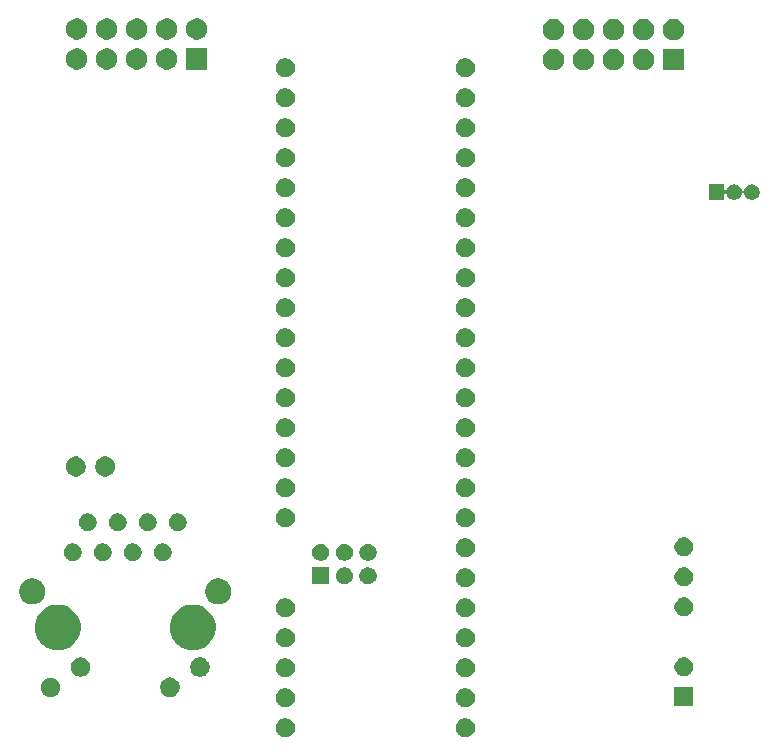
<source format=gbs>
G04 #@! TF.GenerationSoftware,KiCad,Pcbnew,(5.1.6-0-10_14)*
G04 #@! TF.CreationDate,2020-11-05T10:51:19+09:00*
G04 #@! TF.ProjectId,teabiscuits_compute,74656162-6973-4637-9569-74735f636f6d,rev?*
G04 #@! TF.SameCoordinates,Original*
G04 #@! TF.FileFunction,Soldermask,Bot*
G04 #@! TF.FilePolarity,Negative*
%FSLAX46Y46*%
G04 Gerber Fmt 4.6, Leading zero omitted, Abs format (unit mm)*
G04 Created by KiCad (PCBNEW (5.1.6-0-10_14)) date 2020-11-05 10:51:19*
%MOMM*%
%LPD*%
G01*
G04 APERTURE LIST*
%ADD10C,0.100000*%
G04 APERTURE END LIST*
D10*
G36*
X132477142Y-166088242D02*
G01*
X132625101Y-166149529D01*
X132758255Y-166238499D01*
X132871501Y-166351745D01*
X132960471Y-166484899D01*
X133021758Y-166632858D01*
X133053000Y-166789925D01*
X133053000Y-166950075D01*
X133021758Y-167107142D01*
X132960471Y-167255101D01*
X132871501Y-167388255D01*
X132758255Y-167501501D01*
X132625101Y-167590471D01*
X132477142Y-167651758D01*
X132320075Y-167683000D01*
X132159925Y-167683000D01*
X132002858Y-167651758D01*
X131854899Y-167590471D01*
X131721745Y-167501501D01*
X131608499Y-167388255D01*
X131519529Y-167255101D01*
X131458242Y-167107142D01*
X131427000Y-166950075D01*
X131427000Y-166789925D01*
X131458242Y-166632858D01*
X131519529Y-166484899D01*
X131608499Y-166351745D01*
X131721745Y-166238499D01*
X131854899Y-166149529D01*
X132002858Y-166088242D01*
X132159925Y-166057000D01*
X132320075Y-166057000D01*
X132477142Y-166088242D01*
G37*
G36*
X117237142Y-166088242D02*
G01*
X117385101Y-166149529D01*
X117518255Y-166238499D01*
X117631501Y-166351745D01*
X117720471Y-166484899D01*
X117781758Y-166632858D01*
X117813000Y-166789925D01*
X117813000Y-166950075D01*
X117781758Y-167107142D01*
X117720471Y-167255101D01*
X117631501Y-167388255D01*
X117518255Y-167501501D01*
X117385101Y-167590471D01*
X117237142Y-167651758D01*
X117080075Y-167683000D01*
X116919925Y-167683000D01*
X116762858Y-167651758D01*
X116614899Y-167590471D01*
X116481745Y-167501501D01*
X116368499Y-167388255D01*
X116279529Y-167255101D01*
X116218242Y-167107142D01*
X116187000Y-166950075D01*
X116187000Y-166789925D01*
X116218242Y-166632858D01*
X116279529Y-166484899D01*
X116368499Y-166351745D01*
X116481745Y-166238499D01*
X116614899Y-166149529D01*
X116762858Y-166088242D01*
X116919925Y-166057000D01*
X117080075Y-166057000D01*
X117237142Y-166088242D01*
G37*
G36*
X117237142Y-163548242D02*
G01*
X117385101Y-163609529D01*
X117518255Y-163698499D01*
X117631501Y-163811745D01*
X117720471Y-163944899D01*
X117781758Y-164092858D01*
X117813000Y-164249925D01*
X117813000Y-164410075D01*
X117781758Y-164567142D01*
X117720471Y-164715101D01*
X117631501Y-164848255D01*
X117518255Y-164961501D01*
X117385101Y-165050471D01*
X117237142Y-165111758D01*
X117080075Y-165143000D01*
X116919925Y-165143000D01*
X116762858Y-165111758D01*
X116614899Y-165050471D01*
X116481745Y-164961501D01*
X116368499Y-164848255D01*
X116279529Y-164715101D01*
X116218242Y-164567142D01*
X116187000Y-164410075D01*
X116187000Y-164249925D01*
X116218242Y-164092858D01*
X116279529Y-163944899D01*
X116368499Y-163811745D01*
X116481745Y-163698499D01*
X116614899Y-163609529D01*
X116762858Y-163548242D01*
X116919925Y-163517000D01*
X117080075Y-163517000D01*
X117237142Y-163548242D01*
G37*
G36*
X132477142Y-163548242D02*
G01*
X132625101Y-163609529D01*
X132758255Y-163698499D01*
X132871501Y-163811745D01*
X132960471Y-163944899D01*
X133021758Y-164092858D01*
X133053000Y-164249925D01*
X133053000Y-164410075D01*
X133021758Y-164567142D01*
X132960471Y-164715101D01*
X132871501Y-164848255D01*
X132758255Y-164961501D01*
X132625101Y-165050471D01*
X132477142Y-165111758D01*
X132320075Y-165143000D01*
X132159925Y-165143000D01*
X132002858Y-165111758D01*
X131854899Y-165050471D01*
X131721745Y-164961501D01*
X131608499Y-164848255D01*
X131519529Y-164715101D01*
X131458242Y-164567142D01*
X131427000Y-164410075D01*
X131427000Y-164249925D01*
X131458242Y-164092858D01*
X131519529Y-163944899D01*
X131608499Y-163811745D01*
X131721745Y-163698499D01*
X131854899Y-163609529D01*
X132002858Y-163548242D01*
X132159925Y-163517000D01*
X132320075Y-163517000D01*
X132477142Y-163548242D01*
G37*
G36*
X151551000Y-165051000D02*
G01*
X149949000Y-165051000D01*
X149949000Y-163449000D01*
X151551000Y-163449000D01*
X151551000Y-165051000D01*
G37*
G36*
X97360848Y-162656031D02*
G01*
X97462830Y-162698273D01*
X97511116Y-162718274D01*
X97646353Y-162808637D01*
X97761363Y-162923647D01*
X97851726Y-163058884D01*
X97851727Y-163058886D01*
X97913969Y-163209152D01*
X97941722Y-163348674D01*
X97945700Y-163368676D01*
X97945700Y-163531324D01*
X97913969Y-163690848D01*
X97851726Y-163841116D01*
X97761363Y-163976353D01*
X97646353Y-164091363D01*
X97511116Y-164181726D01*
X97511115Y-164181727D01*
X97511114Y-164181727D01*
X97360848Y-164243969D01*
X97201326Y-164275700D01*
X97038674Y-164275700D01*
X96879152Y-164243969D01*
X96728886Y-164181727D01*
X96728885Y-164181727D01*
X96728884Y-164181726D01*
X96593647Y-164091363D01*
X96478637Y-163976353D01*
X96388274Y-163841116D01*
X96326031Y-163690848D01*
X96294300Y-163531324D01*
X96294300Y-163368676D01*
X96298279Y-163348674D01*
X96326031Y-163209152D01*
X96388273Y-163058886D01*
X96388274Y-163058884D01*
X96478637Y-162923647D01*
X96593647Y-162808637D01*
X96728884Y-162718274D01*
X96777171Y-162698273D01*
X96879152Y-162656031D01*
X97038674Y-162624300D01*
X97201326Y-162624300D01*
X97360848Y-162656031D01*
G37*
G36*
X107411872Y-162624300D02*
G01*
X107470848Y-162636031D01*
X107621116Y-162698274D01*
X107756353Y-162788637D01*
X107871363Y-162903647D01*
X107884728Y-162923649D01*
X107961727Y-163038886D01*
X108023969Y-163189152D01*
X108055700Y-163348674D01*
X108055700Y-163511326D01*
X108023969Y-163670848D01*
X107965609Y-163811743D01*
X107961726Y-163821116D01*
X107871363Y-163956353D01*
X107756353Y-164071363D01*
X107621116Y-164161726D01*
X107621115Y-164161727D01*
X107621114Y-164161727D01*
X107470848Y-164223969D01*
X107311326Y-164255700D01*
X107148674Y-164255700D01*
X106989152Y-164223969D01*
X106838886Y-164161727D01*
X106838885Y-164161727D01*
X106838884Y-164161726D01*
X106703647Y-164071363D01*
X106588637Y-163956353D01*
X106498274Y-163821116D01*
X106494392Y-163811743D01*
X106436031Y-163670848D01*
X106404300Y-163511326D01*
X106404300Y-163348674D01*
X106436031Y-163189152D01*
X106498273Y-163038886D01*
X106575272Y-162923649D01*
X106588637Y-162903647D01*
X106703647Y-162788637D01*
X106838884Y-162698274D01*
X106989152Y-162636031D01*
X107048128Y-162624300D01*
X107148674Y-162604300D01*
X107311326Y-162604300D01*
X107411872Y-162624300D01*
G37*
G36*
X117237142Y-161008242D02*
G01*
X117385101Y-161069529D01*
X117518255Y-161158499D01*
X117631501Y-161271745D01*
X117720471Y-161404899D01*
X117781758Y-161552858D01*
X117813000Y-161709925D01*
X117813000Y-161870075D01*
X117781758Y-162027142D01*
X117720471Y-162175101D01*
X117631501Y-162308255D01*
X117518255Y-162421501D01*
X117385101Y-162510471D01*
X117237142Y-162571758D01*
X117080075Y-162603000D01*
X116919925Y-162603000D01*
X116762858Y-162571758D01*
X116614899Y-162510471D01*
X116481745Y-162421501D01*
X116368499Y-162308255D01*
X116279529Y-162175101D01*
X116218242Y-162027142D01*
X116187000Y-161870075D01*
X116187000Y-161709925D01*
X116218242Y-161552858D01*
X116279529Y-161404899D01*
X116368499Y-161271745D01*
X116481745Y-161158499D01*
X116614899Y-161069529D01*
X116762858Y-161008242D01*
X116919925Y-160977000D01*
X117080075Y-160977000D01*
X117237142Y-161008242D01*
G37*
G36*
X132477142Y-161008242D02*
G01*
X132625101Y-161069529D01*
X132758255Y-161158499D01*
X132871501Y-161271745D01*
X132960471Y-161404899D01*
X133021758Y-161552858D01*
X133053000Y-161709925D01*
X133053000Y-161870075D01*
X133021758Y-162027142D01*
X132960471Y-162175101D01*
X132871501Y-162308255D01*
X132758255Y-162421501D01*
X132625101Y-162510471D01*
X132477142Y-162571758D01*
X132320075Y-162603000D01*
X132159925Y-162603000D01*
X132002858Y-162571758D01*
X131854899Y-162510471D01*
X131721745Y-162421501D01*
X131608499Y-162308255D01*
X131519529Y-162175101D01*
X131458242Y-162027142D01*
X131427000Y-161870075D01*
X131427000Y-161709925D01*
X131458242Y-161552858D01*
X131519529Y-161404899D01*
X131608499Y-161271745D01*
X131721745Y-161158499D01*
X131854899Y-161069529D01*
X132002858Y-161008242D01*
X132159925Y-160977000D01*
X132320075Y-160977000D01*
X132477142Y-161008242D01*
G37*
G36*
X110010848Y-160936031D02*
G01*
X110161116Y-160998274D01*
X110296353Y-161088637D01*
X110411363Y-161203647D01*
X110456865Y-161271745D01*
X110501727Y-161338886D01*
X110563969Y-161489152D01*
X110595700Y-161648674D01*
X110595700Y-161811326D01*
X110563969Y-161970848D01*
X110514858Y-162089414D01*
X110501726Y-162121116D01*
X110411363Y-162256353D01*
X110296353Y-162371363D01*
X110161116Y-162461726D01*
X110161115Y-162461727D01*
X110161114Y-162461727D01*
X110010848Y-162523969D01*
X109851326Y-162555700D01*
X109688674Y-162555700D01*
X109529152Y-162523969D01*
X109378886Y-162461727D01*
X109378885Y-162461727D01*
X109378884Y-162461726D01*
X109243647Y-162371363D01*
X109128637Y-162256353D01*
X109038274Y-162121116D01*
X109025143Y-162089414D01*
X108976031Y-161970848D01*
X108944300Y-161811326D01*
X108944300Y-161648674D01*
X108976031Y-161489152D01*
X109038273Y-161338886D01*
X109083135Y-161271745D01*
X109128637Y-161203647D01*
X109243647Y-161088637D01*
X109378884Y-160998274D01*
X109529152Y-160936031D01*
X109688674Y-160904300D01*
X109851326Y-160904300D01*
X110010848Y-160936031D01*
G37*
G36*
X99900848Y-160936031D02*
G01*
X100051116Y-160998274D01*
X100186353Y-161088637D01*
X100301363Y-161203647D01*
X100346865Y-161271745D01*
X100391727Y-161338886D01*
X100453969Y-161489152D01*
X100485700Y-161648674D01*
X100485700Y-161811326D01*
X100453969Y-161970848D01*
X100404858Y-162089414D01*
X100391726Y-162121116D01*
X100301363Y-162256353D01*
X100186353Y-162371363D01*
X100051116Y-162461726D01*
X100051115Y-162461727D01*
X100051114Y-162461727D01*
X99900848Y-162523969D01*
X99741326Y-162555700D01*
X99578674Y-162555700D01*
X99419152Y-162523969D01*
X99268886Y-162461727D01*
X99268885Y-162461727D01*
X99268884Y-162461726D01*
X99133647Y-162371363D01*
X99018637Y-162256353D01*
X98928274Y-162121116D01*
X98915143Y-162089414D01*
X98866031Y-161970848D01*
X98834300Y-161811326D01*
X98834300Y-161648674D01*
X98866031Y-161489152D01*
X98928273Y-161338886D01*
X98973135Y-161271745D01*
X99018637Y-161203647D01*
X99133647Y-161088637D01*
X99268884Y-160998274D01*
X99419152Y-160936031D01*
X99578674Y-160904300D01*
X99741326Y-160904300D01*
X99900848Y-160936031D01*
G37*
G36*
X150983642Y-160939781D02*
G01*
X151124856Y-160998274D01*
X151129416Y-161000163D01*
X151260608Y-161087822D01*
X151372178Y-161199392D01*
X151375022Y-161203649D01*
X151459838Y-161330586D01*
X151520219Y-161476358D01*
X151551000Y-161631107D01*
X151551000Y-161788893D01*
X151520219Y-161943642D01*
X151459838Y-162089414D01*
X151459837Y-162089416D01*
X151372178Y-162220608D01*
X151260608Y-162332178D01*
X151129416Y-162419837D01*
X151129415Y-162419838D01*
X151129414Y-162419838D01*
X150983642Y-162480219D01*
X150828893Y-162511000D01*
X150671107Y-162511000D01*
X150516358Y-162480219D01*
X150370586Y-162419838D01*
X150370585Y-162419838D01*
X150370584Y-162419837D01*
X150239392Y-162332178D01*
X150127822Y-162220608D01*
X150040163Y-162089416D01*
X150040162Y-162089414D01*
X149979781Y-161943642D01*
X149949000Y-161788893D01*
X149949000Y-161631107D01*
X149979781Y-161476358D01*
X150040162Y-161330586D01*
X150124978Y-161203649D01*
X150127822Y-161199392D01*
X150239392Y-161087822D01*
X150370584Y-161000163D01*
X150375144Y-160998274D01*
X150516358Y-160939781D01*
X150671107Y-160909000D01*
X150828893Y-160909000D01*
X150983642Y-160939781D01*
G37*
G36*
X109518347Y-156472857D02*
G01*
X109723135Y-156513592D01*
X110074482Y-156659125D01*
X110390686Y-156870405D01*
X110659595Y-157139314D01*
X110870875Y-157455518D01*
X110870876Y-157455520D01*
X111016408Y-157806866D01*
X111090600Y-158179851D01*
X111090600Y-158560149D01*
X111056467Y-158731745D01*
X111016408Y-158933135D01*
X110870875Y-159284482D01*
X110659595Y-159600686D01*
X110390686Y-159869595D01*
X110074482Y-160080875D01*
X109723135Y-160226408D01*
X109598806Y-160251139D01*
X109350149Y-160300600D01*
X108969851Y-160300600D01*
X108721194Y-160251139D01*
X108596865Y-160226408D01*
X108245518Y-160080875D01*
X107929314Y-159869595D01*
X107660405Y-159600686D01*
X107449125Y-159284482D01*
X107303592Y-158933135D01*
X107263533Y-158731745D01*
X107229400Y-158560149D01*
X107229400Y-158179851D01*
X107303592Y-157806866D01*
X107449124Y-157455520D01*
X107449125Y-157455518D01*
X107660405Y-157139314D01*
X107929314Y-156870405D01*
X108245518Y-156659125D01*
X108596865Y-156513592D01*
X108801653Y-156472857D01*
X108969851Y-156439400D01*
X109350149Y-156439400D01*
X109518347Y-156472857D01*
G37*
G36*
X98088347Y-156472857D02*
G01*
X98293135Y-156513592D01*
X98644482Y-156659125D01*
X98960686Y-156870405D01*
X99229595Y-157139314D01*
X99440875Y-157455518D01*
X99440876Y-157455520D01*
X99586408Y-157806866D01*
X99660600Y-158179851D01*
X99660600Y-158560149D01*
X99626467Y-158731745D01*
X99586408Y-158933135D01*
X99440875Y-159284482D01*
X99229595Y-159600686D01*
X98960686Y-159869595D01*
X98644482Y-160080875D01*
X98293135Y-160226408D01*
X98168806Y-160251139D01*
X97920149Y-160300600D01*
X97539851Y-160300600D01*
X97291194Y-160251139D01*
X97166865Y-160226408D01*
X96815518Y-160080875D01*
X96499314Y-159869595D01*
X96230405Y-159600686D01*
X96019125Y-159284482D01*
X95873592Y-158933135D01*
X95833533Y-158731745D01*
X95799400Y-158560149D01*
X95799400Y-158179851D01*
X95873592Y-157806866D01*
X96019124Y-157455520D01*
X96019125Y-157455518D01*
X96230405Y-157139314D01*
X96499314Y-156870405D01*
X96815518Y-156659125D01*
X97166865Y-156513592D01*
X97371653Y-156472857D01*
X97539851Y-156439400D01*
X97920149Y-156439400D01*
X98088347Y-156472857D01*
G37*
G36*
X132477142Y-158468242D02*
G01*
X132625101Y-158529529D01*
X132758255Y-158618499D01*
X132871501Y-158731745D01*
X132960471Y-158864899D01*
X133021758Y-159012858D01*
X133053000Y-159169925D01*
X133053000Y-159330075D01*
X133021758Y-159487142D01*
X132960471Y-159635101D01*
X132871501Y-159768255D01*
X132758255Y-159881501D01*
X132625101Y-159970471D01*
X132477142Y-160031758D01*
X132320075Y-160063000D01*
X132159925Y-160063000D01*
X132002858Y-160031758D01*
X131854899Y-159970471D01*
X131721745Y-159881501D01*
X131608499Y-159768255D01*
X131519529Y-159635101D01*
X131458242Y-159487142D01*
X131427000Y-159330075D01*
X131427000Y-159169925D01*
X131458242Y-159012858D01*
X131519529Y-158864899D01*
X131608499Y-158731745D01*
X131721745Y-158618499D01*
X131854899Y-158529529D01*
X132002858Y-158468242D01*
X132159925Y-158437000D01*
X132320075Y-158437000D01*
X132477142Y-158468242D01*
G37*
G36*
X117237142Y-158468242D02*
G01*
X117385101Y-158529529D01*
X117518255Y-158618499D01*
X117631501Y-158731745D01*
X117720471Y-158864899D01*
X117781758Y-159012858D01*
X117813000Y-159169925D01*
X117813000Y-159330075D01*
X117781758Y-159487142D01*
X117720471Y-159635101D01*
X117631501Y-159768255D01*
X117518255Y-159881501D01*
X117385101Y-159970471D01*
X117237142Y-160031758D01*
X117080075Y-160063000D01*
X116919925Y-160063000D01*
X116762858Y-160031758D01*
X116614899Y-159970471D01*
X116481745Y-159881501D01*
X116368499Y-159768255D01*
X116279529Y-159635101D01*
X116218242Y-159487142D01*
X116187000Y-159330075D01*
X116187000Y-159169925D01*
X116218242Y-159012858D01*
X116279529Y-158864899D01*
X116368499Y-158731745D01*
X116481745Y-158618499D01*
X116614899Y-158529529D01*
X116762858Y-158468242D01*
X116919925Y-158437000D01*
X117080075Y-158437000D01*
X117237142Y-158468242D01*
G37*
G36*
X117237142Y-155928242D02*
G01*
X117385101Y-155989529D01*
X117518255Y-156078499D01*
X117631501Y-156191745D01*
X117720471Y-156324899D01*
X117781758Y-156472858D01*
X117813000Y-156629925D01*
X117813000Y-156790075D01*
X117781758Y-156947142D01*
X117720471Y-157095101D01*
X117631501Y-157228255D01*
X117518255Y-157341501D01*
X117385101Y-157430471D01*
X117237142Y-157491758D01*
X117080075Y-157523000D01*
X116919925Y-157523000D01*
X116762858Y-157491758D01*
X116614899Y-157430471D01*
X116481745Y-157341501D01*
X116368499Y-157228255D01*
X116279529Y-157095101D01*
X116218242Y-156947142D01*
X116187000Y-156790075D01*
X116187000Y-156629925D01*
X116218242Y-156472858D01*
X116279529Y-156324899D01*
X116368499Y-156191745D01*
X116481745Y-156078499D01*
X116614899Y-155989529D01*
X116762858Y-155928242D01*
X116919925Y-155897000D01*
X117080075Y-155897000D01*
X117237142Y-155928242D01*
G37*
G36*
X132477142Y-155928242D02*
G01*
X132625101Y-155989529D01*
X132758255Y-156078499D01*
X132871501Y-156191745D01*
X132960471Y-156324899D01*
X133021758Y-156472858D01*
X133053000Y-156629925D01*
X133053000Y-156790075D01*
X133021758Y-156947142D01*
X132960471Y-157095101D01*
X132871501Y-157228255D01*
X132758255Y-157341501D01*
X132625101Y-157430471D01*
X132477142Y-157491758D01*
X132320075Y-157523000D01*
X132159925Y-157523000D01*
X132002858Y-157491758D01*
X131854899Y-157430471D01*
X131721745Y-157341501D01*
X131608499Y-157228255D01*
X131519529Y-157095101D01*
X131458242Y-156947142D01*
X131427000Y-156790075D01*
X131427000Y-156629925D01*
X131458242Y-156472858D01*
X131519529Y-156324899D01*
X131608499Y-156191745D01*
X131721745Y-156078499D01*
X131854899Y-155989529D01*
X132002858Y-155928242D01*
X132159925Y-155897000D01*
X132320075Y-155897000D01*
X132477142Y-155928242D01*
G37*
G36*
X150983642Y-155859781D02*
G01*
X151129414Y-155920162D01*
X151129416Y-155920163D01*
X151260608Y-156007822D01*
X151372178Y-156119392D01*
X151420521Y-156191743D01*
X151459838Y-156250586D01*
X151520219Y-156396358D01*
X151551000Y-156551107D01*
X151551000Y-156708893D01*
X151520219Y-156863642D01*
X151459838Y-157009414D01*
X151459837Y-157009416D01*
X151372178Y-157140608D01*
X151260608Y-157252178D01*
X151129416Y-157339837D01*
X151129415Y-157339838D01*
X151129414Y-157339838D01*
X150983642Y-157400219D01*
X150828893Y-157431000D01*
X150671107Y-157431000D01*
X150516358Y-157400219D01*
X150370586Y-157339838D01*
X150370585Y-157339838D01*
X150370584Y-157339837D01*
X150239392Y-157252178D01*
X150127822Y-157140608D01*
X150040163Y-157009416D01*
X150040162Y-157009414D01*
X149979781Y-156863642D01*
X149949000Y-156708893D01*
X149949000Y-156551107D01*
X149979781Y-156396358D01*
X150040162Y-156250586D01*
X150079479Y-156191743D01*
X150127822Y-156119392D01*
X150239392Y-156007822D01*
X150370584Y-155920163D01*
X150370586Y-155920162D01*
X150516358Y-155859781D01*
X150671107Y-155829000D01*
X150828893Y-155829000D01*
X150983642Y-155859781D01*
G37*
G36*
X111642344Y-154257368D02*
G01*
X111843459Y-154340673D01*
X112024458Y-154461613D01*
X112178385Y-154615540D01*
X112252192Y-154726000D01*
X112299326Y-154796541D01*
X112301380Y-154801499D01*
X112382630Y-154997654D01*
X112425098Y-155211157D01*
X112425098Y-155428843D01*
X112382630Y-155642346D01*
X112299325Y-155843461D01*
X112178385Y-156024460D01*
X112024458Y-156178387D01*
X111843459Y-156299327D01*
X111642344Y-156382632D01*
X111573343Y-156396357D01*
X111428842Y-156425100D01*
X111211154Y-156425100D01*
X111066653Y-156396357D01*
X110997652Y-156382632D01*
X110796537Y-156299327D01*
X110615538Y-156178387D01*
X110461611Y-156024460D01*
X110340671Y-155843461D01*
X110257366Y-155642346D01*
X110214898Y-155428843D01*
X110214898Y-155211157D01*
X110257366Y-154997654D01*
X110338616Y-154801499D01*
X110340670Y-154796541D01*
X110387804Y-154726000D01*
X110461611Y-154615540D01*
X110615538Y-154461613D01*
X110796537Y-154340673D01*
X110997652Y-154257368D01*
X111211154Y-154214900D01*
X111428842Y-154214900D01*
X111642344Y-154257368D01*
G37*
G36*
X95892348Y-154257368D02*
G01*
X96093463Y-154340673D01*
X96274462Y-154461613D01*
X96428389Y-154615540D01*
X96502196Y-154726000D01*
X96549330Y-154796541D01*
X96551384Y-154801499D01*
X96632634Y-154997654D01*
X96675102Y-155211157D01*
X96675102Y-155428843D01*
X96632634Y-155642346D01*
X96549329Y-155843461D01*
X96428389Y-156024460D01*
X96274462Y-156178387D01*
X96093463Y-156299327D01*
X95892348Y-156382632D01*
X95823347Y-156396357D01*
X95678846Y-156425100D01*
X95461158Y-156425100D01*
X95316657Y-156396357D01*
X95247656Y-156382632D01*
X95046541Y-156299327D01*
X94865542Y-156178387D01*
X94711615Y-156024460D01*
X94590675Y-155843461D01*
X94507370Y-155642346D01*
X94464902Y-155428843D01*
X94464902Y-155211157D01*
X94507370Y-154997654D01*
X94588620Y-154801499D01*
X94590674Y-154796541D01*
X94637808Y-154726000D01*
X94711615Y-154615540D01*
X94865542Y-154461613D01*
X95046541Y-154340673D01*
X95247656Y-154257368D01*
X95461158Y-154214900D01*
X95678846Y-154214900D01*
X95892348Y-154257368D01*
G37*
G36*
X132477142Y-153388242D02*
G01*
X132625101Y-153449529D01*
X132758255Y-153538499D01*
X132871501Y-153651745D01*
X132960471Y-153784899D01*
X133021758Y-153932858D01*
X133053000Y-154089925D01*
X133053000Y-154250075D01*
X133021758Y-154407142D01*
X132960471Y-154555101D01*
X132871501Y-154688255D01*
X132758255Y-154801501D01*
X132625101Y-154890471D01*
X132477142Y-154951758D01*
X132320075Y-154983000D01*
X132159925Y-154983000D01*
X132002858Y-154951758D01*
X131854899Y-154890471D01*
X131721745Y-154801501D01*
X131608499Y-154688255D01*
X131519529Y-154555101D01*
X131458242Y-154407142D01*
X131427000Y-154250075D01*
X131427000Y-154089925D01*
X131458242Y-153932858D01*
X131519529Y-153784899D01*
X131608499Y-153651745D01*
X131721745Y-153538499D01*
X131854899Y-153449529D01*
X132002858Y-153388242D01*
X132159925Y-153357000D01*
X132320075Y-153357000D01*
X132477142Y-153388242D01*
G37*
G36*
X150983642Y-153319781D02*
G01*
X151129414Y-153380162D01*
X151129416Y-153380163D01*
X151260608Y-153467822D01*
X151372178Y-153579392D01*
X151423440Y-153656112D01*
X151459838Y-153710586D01*
X151520219Y-153856358D01*
X151551000Y-154011107D01*
X151551000Y-154168893D01*
X151520219Y-154323642D01*
X151463070Y-154461612D01*
X151459837Y-154469416D01*
X151372178Y-154600608D01*
X151260608Y-154712178D01*
X151129416Y-154799837D01*
X151129415Y-154799838D01*
X151129414Y-154799838D01*
X150983642Y-154860219D01*
X150828893Y-154891000D01*
X150671107Y-154891000D01*
X150516358Y-154860219D01*
X150370586Y-154799838D01*
X150370585Y-154799838D01*
X150370584Y-154799837D01*
X150239392Y-154712178D01*
X150127822Y-154600608D01*
X150040163Y-154469416D01*
X150036930Y-154461612D01*
X149979781Y-154323642D01*
X149949000Y-154168893D01*
X149949000Y-154011107D01*
X149979781Y-153856358D01*
X150040162Y-153710586D01*
X150076560Y-153656112D01*
X150127822Y-153579392D01*
X150239392Y-153467822D01*
X150370584Y-153380163D01*
X150370586Y-153380162D01*
X150516358Y-153319781D01*
X150671107Y-153289000D01*
X150828893Y-153289000D01*
X150983642Y-153319781D01*
G37*
G36*
X120726000Y-154726000D02*
G01*
X119274000Y-154726000D01*
X119274000Y-153274000D01*
X120726000Y-153274000D01*
X120726000Y-154726000D01*
G37*
G36*
X122211766Y-153301899D02*
G01*
X122343888Y-153356626D01*
X122343890Y-153356627D01*
X122462798Y-153436079D01*
X122563921Y-153537202D01*
X122592112Y-153579393D01*
X122643374Y-153656112D01*
X122698101Y-153788234D01*
X122726000Y-153928494D01*
X122726000Y-154071506D01*
X122698101Y-154211766D01*
X122644706Y-154340672D01*
X122643373Y-154343890D01*
X122563921Y-154462798D01*
X122462798Y-154563921D01*
X122343890Y-154643373D01*
X122343889Y-154643374D01*
X122343888Y-154643374D01*
X122211766Y-154698101D01*
X122071506Y-154726000D01*
X121928494Y-154726000D01*
X121788234Y-154698101D01*
X121656112Y-154643374D01*
X121656111Y-154643374D01*
X121656110Y-154643373D01*
X121537202Y-154563921D01*
X121436079Y-154462798D01*
X121356627Y-154343890D01*
X121355294Y-154340672D01*
X121301899Y-154211766D01*
X121274000Y-154071506D01*
X121274000Y-153928494D01*
X121301899Y-153788234D01*
X121356626Y-153656112D01*
X121407888Y-153579393D01*
X121436079Y-153537202D01*
X121537202Y-153436079D01*
X121656110Y-153356627D01*
X121656112Y-153356626D01*
X121788234Y-153301899D01*
X121928494Y-153274000D01*
X122071506Y-153274000D01*
X122211766Y-153301899D01*
G37*
G36*
X124211766Y-153301899D02*
G01*
X124343888Y-153356626D01*
X124343890Y-153356627D01*
X124462798Y-153436079D01*
X124563921Y-153537202D01*
X124592112Y-153579393D01*
X124643374Y-153656112D01*
X124698101Y-153788234D01*
X124726000Y-153928494D01*
X124726000Y-154071506D01*
X124698101Y-154211766D01*
X124644706Y-154340672D01*
X124643373Y-154343890D01*
X124563921Y-154462798D01*
X124462798Y-154563921D01*
X124343890Y-154643373D01*
X124343889Y-154643374D01*
X124343888Y-154643374D01*
X124211766Y-154698101D01*
X124071506Y-154726000D01*
X123928494Y-154726000D01*
X123788234Y-154698101D01*
X123656112Y-154643374D01*
X123656111Y-154643374D01*
X123656110Y-154643373D01*
X123537202Y-154563921D01*
X123436079Y-154462798D01*
X123356627Y-154343890D01*
X123355294Y-154340672D01*
X123301899Y-154211766D01*
X123274000Y-154071506D01*
X123274000Y-153928494D01*
X123301899Y-153788234D01*
X123356626Y-153656112D01*
X123407888Y-153579393D01*
X123436079Y-153537202D01*
X123537202Y-153436079D01*
X123656110Y-153356627D01*
X123656112Y-153356626D01*
X123788234Y-153301899D01*
X123928494Y-153274000D01*
X124071506Y-153274000D01*
X124211766Y-153301899D01*
G37*
G36*
X101634425Y-151254599D02*
G01*
X101758621Y-151279302D01*
X101895022Y-151335801D01*
X102017779Y-151417825D01*
X102122175Y-151522221D01*
X102204199Y-151644978D01*
X102260698Y-151781379D01*
X102289500Y-151926181D01*
X102289500Y-152073819D01*
X102260698Y-152218621D01*
X102204199Y-152355022D01*
X102122175Y-152477779D01*
X102017779Y-152582175D01*
X101895022Y-152664199D01*
X101758621Y-152720698D01*
X101634425Y-152745401D01*
X101613820Y-152749500D01*
X101466180Y-152749500D01*
X101445575Y-152745401D01*
X101321379Y-152720698D01*
X101184978Y-152664199D01*
X101062221Y-152582175D01*
X100957825Y-152477779D01*
X100875801Y-152355022D01*
X100819302Y-152218621D01*
X100790500Y-152073819D01*
X100790500Y-151926181D01*
X100819302Y-151781379D01*
X100875801Y-151644978D01*
X100957825Y-151522221D01*
X101062221Y-151417825D01*
X101184978Y-151335801D01*
X101321379Y-151279302D01*
X101445575Y-151254599D01*
X101466180Y-151250500D01*
X101613820Y-151250500D01*
X101634425Y-151254599D01*
G37*
G36*
X104174425Y-151254599D02*
G01*
X104298621Y-151279302D01*
X104435022Y-151335801D01*
X104557779Y-151417825D01*
X104662175Y-151522221D01*
X104744199Y-151644978D01*
X104800698Y-151781379D01*
X104829500Y-151926181D01*
X104829500Y-152073819D01*
X104800698Y-152218621D01*
X104744199Y-152355022D01*
X104662175Y-152477779D01*
X104557779Y-152582175D01*
X104435022Y-152664199D01*
X104298621Y-152720698D01*
X104174425Y-152745401D01*
X104153820Y-152749500D01*
X104006180Y-152749500D01*
X103985575Y-152745401D01*
X103861379Y-152720698D01*
X103724978Y-152664199D01*
X103602221Y-152582175D01*
X103497825Y-152477779D01*
X103415801Y-152355022D01*
X103359302Y-152218621D01*
X103330500Y-152073819D01*
X103330500Y-151926181D01*
X103359302Y-151781379D01*
X103415801Y-151644978D01*
X103497825Y-151522221D01*
X103602221Y-151417825D01*
X103724978Y-151335801D01*
X103861379Y-151279302D01*
X103985575Y-151254599D01*
X104006180Y-151250500D01*
X104153820Y-151250500D01*
X104174425Y-151254599D01*
G37*
G36*
X106714425Y-151254599D02*
G01*
X106838621Y-151279302D01*
X106975022Y-151335801D01*
X107097779Y-151417825D01*
X107202175Y-151522221D01*
X107284199Y-151644978D01*
X107340698Y-151781379D01*
X107369500Y-151926181D01*
X107369500Y-152073819D01*
X107340698Y-152218621D01*
X107284199Y-152355022D01*
X107202175Y-152477779D01*
X107097779Y-152582175D01*
X106975022Y-152664199D01*
X106838621Y-152720698D01*
X106714425Y-152745401D01*
X106693820Y-152749500D01*
X106546180Y-152749500D01*
X106525575Y-152745401D01*
X106401379Y-152720698D01*
X106264978Y-152664199D01*
X106142221Y-152582175D01*
X106037825Y-152477779D01*
X105955801Y-152355022D01*
X105899302Y-152218621D01*
X105870500Y-152073819D01*
X105870500Y-151926181D01*
X105899302Y-151781379D01*
X105955801Y-151644978D01*
X106037825Y-151522221D01*
X106142221Y-151417825D01*
X106264978Y-151335801D01*
X106401379Y-151279302D01*
X106525575Y-151254599D01*
X106546180Y-151250500D01*
X106693820Y-151250500D01*
X106714425Y-151254599D01*
G37*
G36*
X99094425Y-151254599D02*
G01*
X99218621Y-151279302D01*
X99355022Y-151335801D01*
X99477779Y-151417825D01*
X99582175Y-151522221D01*
X99664199Y-151644978D01*
X99720698Y-151781379D01*
X99749500Y-151926181D01*
X99749500Y-152073819D01*
X99720698Y-152218621D01*
X99664199Y-152355022D01*
X99582175Y-152477779D01*
X99477779Y-152582175D01*
X99355022Y-152664199D01*
X99218621Y-152720698D01*
X99094425Y-152745401D01*
X99073820Y-152749500D01*
X98926180Y-152749500D01*
X98905575Y-152745401D01*
X98781379Y-152720698D01*
X98644978Y-152664199D01*
X98522221Y-152582175D01*
X98417825Y-152477779D01*
X98335801Y-152355022D01*
X98279302Y-152218621D01*
X98250500Y-152073819D01*
X98250500Y-151926181D01*
X98279302Y-151781379D01*
X98335801Y-151644978D01*
X98417825Y-151522221D01*
X98522221Y-151417825D01*
X98644978Y-151335801D01*
X98781379Y-151279302D01*
X98905575Y-151254599D01*
X98926180Y-151250500D01*
X99073820Y-151250500D01*
X99094425Y-151254599D01*
G37*
G36*
X124211766Y-151301899D02*
G01*
X124343888Y-151356626D01*
X124343890Y-151356627D01*
X124462798Y-151436079D01*
X124563921Y-151537202D01*
X124643373Y-151656110D01*
X124643374Y-151656112D01*
X124698101Y-151788234D01*
X124726000Y-151928494D01*
X124726000Y-152071506D01*
X124698101Y-152211766D01*
X124653178Y-152320218D01*
X124643373Y-152343890D01*
X124563921Y-152462798D01*
X124462798Y-152563921D01*
X124343890Y-152643373D01*
X124343889Y-152643374D01*
X124343888Y-152643374D01*
X124211766Y-152698101D01*
X124071506Y-152726000D01*
X123928494Y-152726000D01*
X123788234Y-152698101D01*
X123656112Y-152643374D01*
X123656111Y-152643374D01*
X123656110Y-152643373D01*
X123537202Y-152563921D01*
X123436079Y-152462798D01*
X123356627Y-152343890D01*
X123346822Y-152320218D01*
X123301899Y-152211766D01*
X123274000Y-152071506D01*
X123274000Y-151928494D01*
X123301899Y-151788234D01*
X123356626Y-151656112D01*
X123356627Y-151656110D01*
X123436079Y-151537202D01*
X123537202Y-151436079D01*
X123656110Y-151356627D01*
X123656112Y-151356626D01*
X123788234Y-151301899D01*
X123928494Y-151274000D01*
X124071506Y-151274000D01*
X124211766Y-151301899D01*
G37*
G36*
X122211766Y-151301899D02*
G01*
X122343888Y-151356626D01*
X122343890Y-151356627D01*
X122462798Y-151436079D01*
X122563921Y-151537202D01*
X122643373Y-151656110D01*
X122643374Y-151656112D01*
X122698101Y-151788234D01*
X122726000Y-151928494D01*
X122726000Y-152071506D01*
X122698101Y-152211766D01*
X122653178Y-152320218D01*
X122643373Y-152343890D01*
X122563921Y-152462798D01*
X122462798Y-152563921D01*
X122343890Y-152643373D01*
X122343889Y-152643374D01*
X122343888Y-152643374D01*
X122211766Y-152698101D01*
X122071506Y-152726000D01*
X121928494Y-152726000D01*
X121788234Y-152698101D01*
X121656112Y-152643374D01*
X121656111Y-152643374D01*
X121656110Y-152643373D01*
X121537202Y-152563921D01*
X121436079Y-152462798D01*
X121356627Y-152343890D01*
X121346822Y-152320218D01*
X121301899Y-152211766D01*
X121274000Y-152071506D01*
X121274000Y-151928494D01*
X121301899Y-151788234D01*
X121356626Y-151656112D01*
X121356627Y-151656110D01*
X121436079Y-151537202D01*
X121537202Y-151436079D01*
X121656110Y-151356627D01*
X121656112Y-151356626D01*
X121788234Y-151301899D01*
X121928494Y-151274000D01*
X122071506Y-151274000D01*
X122211766Y-151301899D01*
G37*
G36*
X120211766Y-151301899D02*
G01*
X120343888Y-151356626D01*
X120343890Y-151356627D01*
X120462798Y-151436079D01*
X120563921Y-151537202D01*
X120643373Y-151656110D01*
X120643374Y-151656112D01*
X120698101Y-151788234D01*
X120726000Y-151928494D01*
X120726000Y-152071506D01*
X120698101Y-152211766D01*
X120653178Y-152320218D01*
X120643373Y-152343890D01*
X120563921Y-152462798D01*
X120462798Y-152563921D01*
X120343890Y-152643373D01*
X120343889Y-152643374D01*
X120343888Y-152643374D01*
X120211766Y-152698101D01*
X120071506Y-152726000D01*
X119928494Y-152726000D01*
X119788234Y-152698101D01*
X119656112Y-152643374D01*
X119656111Y-152643374D01*
X119656110Y-152643373D01*
X119537202Y-152563921D01*
X119436079Y-152462798D01*
X119356627Y-152343890D01*
X119346822Y-152320218D01*
X119301899Y-152211766D01*
X119274000Y-152071506D01*
X119274000Y-151928494D01*
X119301899Y-151788234D01*
X119356626Y-151656112D01*
X119356627Y-151656110D01*
X119436079Y-151537202D01*
X119537202Y-151436079D01*
X119656110Y-151356627D01*
X119656112Y-151356626D01*
X119788234Y-151301899D01*
X119928494Y-151274000D01*
X120071506Y-151274000D01*
X120211766Y-151301899D01*
G37*
G36*
X132477142Y-150848242D02*
G01*
X132625101Y-150909529D01*
X132758255Y-150998499D01*
X132871501Y-151111745D01*
X132960471Y-151244899D01*
X133021758Y-151392858D01*
X133053000Y-151549925D01*
X133053000Y-151710075D01*
X133021758Y-151867142D01*
X132960471Y-152015101D01*
X132871501Y-152148255D01*
X132758255Y-152261501D01*
X132625101Y-152350471D01*
X132477142Y-152411758D01*
X132320075Y-152443000D01*
X132159925Y-152443000D01*
X132002858Y-152411758D01*
X131854899Y-152350471D01*
X131721745Y-152261501D01*
X131608499Y-152148255D01*
X131519529Y-152015101D01*
X131458242Y-151867142D01*
X131427000Y-151710075D01*
X131427000Y-151549925D01*
X131458242Y-151392858D01*
X131519529Y-151244899D01*
X131608499Y-151111745D01*
X131721745Y-150998499D01*
X131854899Y-150909529D01*
X132002858Y-150848242D01*
X132159925Y-150817000D01*
X132320075Y-150817000D01*
X132477142Y-150848242D01*
G37*
G36*
X150983642Y-150779781D02*
G01*
X151129414Y-150840162D01*
X151129416Y-150840163D01*
X151260608Y-150927822D01*
X151372178Y-151039392D01*
X151420521Y-151111743D01*
X151459838Y-151170586D01*
X151520219Y-151316358D01*
X151551000Y-151471107D01*
X151551000Y-151628893D01*
X151520219Y-151783642D01*
X151459838Y-151929414D01*
X151459837Y-151929416D01*
X151372178Y-152060608D01*
X151260608Y-152172178D01*
X151129416Y-152259837D01*
X151129415Y-152259838D01*
X151129414Y-152259838D01*
X150983642Y-152320219D01*
X150828893Y-152351000D01*
X150671107Y-152351000D01*
X150516358Y-152320219D01*
X150370586Y-152259838D01*
X150370585Y-152259838D01*
X150370584Y-152259837D01*
X150239392Y-152172178D01*
X150127822Y-152060608D01*
X150040163Y-151929416D01*
X150040162Y-151929414D01*
X149979781Y-151783642D01*
X149949000Y-151628893D01*
X149949000Y-151471107D01*
X149979781Y-151316358D01*
X150040162Y-151170586D01*
X150079479Y-151111743D01*
X150127822Y-151039392D01*
X150239392Y-150927822D01*
X150370584Y-150840163D01*
X150370586Y-150840162D01*
X150516358Y-150779781D01*
X150671107Y-150749000D01*
X150828893Y-150749000D01*
X150983642Y-150779781D01*
G37*
G36*
X100364425Y-148714599D02*
G01*
X100488621Y-148739302D01*
X100625022Y-148795801D01*
X100747779Y-148877825D01*
X100852175Y-148982221D01*
X100934199Y-149104978D01*
X100990698Y-149241379D01*
X101019500Y-149386181D01*
X101019500Y-149533819D01*
X100990698Y-149678621D01*
X100934199Y-149815022D01*
X100852175Y-149937779D01*
X100747779Y-150042175D01*
X100625022Y-150124199D01*
X100488621Y-150180698D01*
X100364425Y-150205401D01*
X100343820Y-150209500D01*
X100196180Y-150209500D01*
X100175575Y-150205401D01*
X100051379Y-150180698D01*
X99914978Y-150124199D01*
X99792221Y-150042175D01*
X99687825Y-149937779D01*
X99605801Y-149815022D01*
X99549302Y-149678621D01*
X99520500Y-149533819D01*
X99520500Y-149386181D01*
X99549302Y-149241379D01*
X99605801Y-149104978D01*
X99687825Y-148982221D01*
X99792221Y-148877825D01*
X99914978Y-148795801D01*
X100051379Y-148739302D01*
X100175575Y-148714599D01*
X100196180Y-148710500D01*
X100343820Y-148710500D01*
X100364425Y-148714599D01*
G37*
G36*
X102904425Y-148714599D02*
G01*
X103028621Y-148739302D01*
X103165022Y-148795801D01*
X103287779Y-148877825D01*
X103392175Y-148982221D01*
X103474199Y-149104978D01*
X103530698Y-149241379D01*
X103559500Y-149386181D01*
X103559500Y-149533819D01*
X103530698Y-149678621D01*
X103474199Y-149815022D01*
X103392175Y-149937779D01*
X103287779Y-150042175D01*
X103165022Y-150124199D01*
X103028621Y-150180698D01*
X102904425Y-150205401D01*
X102883820Y-150209500D01*
X102736180Y-150209500D01*
X102715575Y-150205401D01*
X102591379Y-150180698D01*
X102454978Y-150124199D01*
X102332221Y-150042175D01*
X102227825Y-149937779D01*
X102145801Y-149815022D01*
X102089302Y-149678621D01*
X102060500Y-149533819D01*
X102060500Y-149386181D01*
X102089302Y-149241379D01*
X102145801Y-149104978D01*
X102227825Y-148982221D01*
X102332221Y-148877825D01*
X102454978Y-148795801D01*
X102591379Y-148739302D01*
X102715575Y-148714599D01*
X102736180Y-148710500D01*
X102883820Y-148710500D01*
X102904425Y-148714599D01*
G37*
G36*
X105444425Y-148714599D02*
G01*
X105568621Y-148739302D01*
X105705022Y-148795801D01*
X105827779Y-148877825D01*
X105932175Y-148982221D01*
X106014199Y-149104978D01*
X106070698Y-149241379D01*
X106099500Y-149386181D01*
X106099500Y-149533819D01*
X106070698Y-149678621D01*
X106014199Y-149815022D01*
X105932175Y-149937779D01*
X105827779Y-150042175D01*
X105705022Y-150124199D01*
X105568621Y-150180698D01*
X105444425Y-150205401D01*
X105423820Y-150209500D01*
X105276180Y-150209500D01*
X105255575Y-150205401D01*
X105131379Y-150180698D01*
X104994978Y-150124199D01*
X104872221Y-150042175D01*
X104767825Y-149937779D01*
X104685801Y-149815022D01*
X104629302Y-149678621D01*
X104600500Y-149533819D01*
X104600500Y-149386181D01*
X104629302Y-149241379D01*
X104685801Y-149104978D01*
X104767825Y-148982221D01*
X104872221Y-148877825D01*
X104994978Y-148795801D01*
X105131379Y-148739302D01*
X105255575Y-148714599D01*
X105276180Y-148710500D01*
X105423820Y-148710500D01*
X105444425Y-148714599D01*
G37*
G36*
X107984425Y-148714599D02*
G01*
X108108621Y-148739302D01*
X108245022Y-148795801D01*
X108367779Y-148877825D01*
X108472175Y-148982221D01*
X108554199Y-149104978D01*
X108610698Y-149241379D01*
X108639500Y-149386181D01*
X108639500Y-149533819D01*
X108610698Y-149678621D01*
X108554199Y-149815022D01*
X108472175Y-149937779D01*
X108367779Y-150042175D01*
X108245022Y-150124199D01*
X108108621Y-150180698D01*
X107984425Y-150205401D01*
X107963820Y-150209500D01*
X107816180Y-150209500D01*
X107795575Y-150205401D01*
X107671379Y-150180698D01*
X107534978Y-150124199D01*
X107412221Y-150042175D01*
X107307825Y-149937779D01*
X107225801Y-149815022D01*
X107169302Y-149678621D01*
X107140500Y-149533819D01*
X107140500Y-149386181D01*
X107169302Y-149241379D01*
X107225801Y-149104978D01*
X107307825Y-148982221D01*
X107412221Y-148877825D01*
X107534978Y-148795801D01*
X107671379Y-148739302D01*
X107795575Y-148714599D01*
X107816180Y-148710500D01*
X107963820Y-148710500D01*
X107984425Y-148714599D01*
G37*
G36*
X132477142Y-148308242D02*
G01*
X132625101Y-148369529D01*
X132758255Y-148458499D01*
X132871501Y-148571745D01*
X132960471Y-148704899D01*
X133021758Y-148852858D01*
X133053000Y-149009925D01*
X133053000Y-149170075D01*
X133021758Y-149327142D01*
X132960471Y-149475101D01*
X132871501Y-149608255D01*
X132758255Y-149721501D01*
X132625101Y-149810471D01*
X132477142Y-149871758D01*
X132320075Y-149903000D01*
X132159925Y-149903000D01*
X132002858Y-149871758D01*
X131854899Y-149810471D01*
X131721745Y-149721501D01*
X131608499Y-149608255D01*
X131519529Y-149475101D01*
X131458242Y-149327142D01*
X131427000Y-149170075D01*
X131427000Y-149009925D01*
X131458242Y-148852858D01*
X131519529Y-148704899D01*
X131608499Y-148571745D01*
X131721745Y-148458499D01*
X131854899Y-148369529D01*
X132002858Y-148308242D01*
X132159925Y-148277000D01*
X132320075Y-148277000D01*
X132477142Y-148308242D01*
G37*
G36*
X117237142Y-148308242D02*
G01*
X117385101Y-148369529D01*
X117518255Y-148458499D01*
X117631501Y-148571745D01*
X117720471Y-148704899D01*
X117781758Y-148852858D01*
X117813000Y-149009925D01*
X117813000Y-149170075D01*
X117781758Y-149327142D01*
X117720471Y-149475101D01*
X117631501Y-149608255D01*
X117518255Y-149721501D01*
X117385101Y-149810471D01*
X117237142Y-149871758D01*
X117080075Y-149903000D01*
X116919925Y-149903000D01*
X116762858Y-149871758D01*
X116614899Y-149810471D01*
X116481745Y-149721501D01*
X116368499Y-149608255D01*
X116279529Y-149475101D01*
X116218242Y-149327142D01*
X116187000Y-149170075D01*
X116187000Y-149009925D01*
X116218242Y-148852858D01*
X116279529Y-148704899D01*
X116368499Y-148571745D01*
X116481745Y-148458499D01*
X116614899Y-148369529D01*
X116762858Y-148308242D01*
X116919925Y-148277000D01*
X117080075Y-148277000D01*
X117237142Y-148308242D01*
G37*
G36*
X117237142Y-145768242D02*
G01*
X117385101Y-145829529D01*
X117518255Y-145918499D01*
X117631501Y-146031745D01*
X117720471Y-146164899D01*
X117781758Y-146312858D01*
X117813000Y-146469925D01*
X117813000Y-146630075D01*
X117781758Y-146787142D01*
X117720471Y-146935101D01*
X117631501Y-147068255D01*
X117518255Y-147181501D01*
X117385101Y-147270471D01*
X117237142Y-147331758D01*
X117080075Y-147363000D01*
X116919925Y-147363000D01*
X116762858Y-147331758D01*
X116614899Y-147270471D01*
X116481745Y-147181501D01*
X116368499Y-147068255D01*
X116279529Y-146935101D01*
X116218242Y-146787142D01*
X116187000Y-146630075D01*
X116187000Y-146469925D01*
X116218242Y-146312858D01*
X116279529Y-146164899D01*
X116368499Y-146031745D01*
X116481745Y-145918499D01*
X116614899Y-145829529D01*
X116762858Y-145768242D01*
X116919925Y-145737000D01*
X117080075Y-145737000D01*
X117237142Y-145768242D01*
G37*
G36*
X132477142Y-145768242D02*
G01*
X132625101Y-145829529D01*
X132758255Y-145918499D01*
X132871501Y-146031745D01*
X132960471Y-146164899D01*
X133021758Y-146312858D01*
X133053000Y-146469925D01*
X133053000Y-146630075D01*
X133021758Y-146787142D01*
X132960471Y-146935101D01*
X132871501Y-147068255D01*
X132758255Y-147181501D01*
X132625101Y-147270471D01*
X132477142Y-147331758D01*
X132320075Y-147363000D01*
X132159925Y-147363000D01*
X132002858Y-147331758D01*
X131854899Y-147270471D01*
X131721745Y-147181501D01*
X131608499Y-147068255D01*
X131519529Y-146935101D01*
X131458242Y-146787142D01*
X131427000Y-146630075D01*
X131427000Y-146469925D01*
X131458242Y-146312858D01*
X131519529Y-146164899D01*
X131608499Y-146031745D01*
X131721745Y-145918499D01*
X131854899Y-145829529D01*
X132002858Y-145768242D01*
X132159925Y-145737000D01*
X132320075Y-145737000D01*
X132477142Y-145768242D01*
G37*
G36*
X101998228Y-143931703D02*
G01*
X102153100Y-143995853D01*
X102292481Y-144088985D01*
X102411015Y-144207519D01*
X102504147Y-144346900D01*
X102568297Y-144501772D01*
X102601000Y-144666184D01*
X102601000Y-144833816D01*
X102568297Y-144998228D01*
X102504147Y-145153100D01*
X102411015Y-145292481D01*
X102292481Y-145411015D01*
X102153100Y-145504147D01*
X101998228Y-145568297D01*
X101833816Y-145601000D01*
X101666184Y-145601000D01*
X101501772Y-145568297D01*
X101346900Y-145504147D01*
X101207519Y-145411015D01*
X101088985Y-145292481D01*
X100995853Y-145153100D01*
X100931703Y-144998228D01*
X100899000Y-144833816D01*
X100899000Y-144666184D01*
X100931703Y-144501772D01*
X100995853Y-144346900D01*
X101088985Y-144207519D01*
X101207519Y-144088985D01*
X101346900Y-143995853D01*
X101501772Y-143931703D01*
X101666184Y-143899000D01*
X101833816Y-143899000D01*
X101998228Y-143931703D01*
G37*
G36*
X99498228Y-143931703D02*
G01*
X99653100Y-143995853D01*
X99792481Y-144088985D01*
X99911015Y-144207519D01*
X100004147Y-144346900D01*
X100068297Y-144501772D01*
X100101000Y-144666184D01*
X100101000Y-144833816D01*
X100068297Y-144998228D01*
X100004147Y-145153100D01*
X99911015Y-145292481D01*
X99792481Y-145411015D01*
X99653100Y-145504147D01*
X99498228Y-145568297D01*
X99333816Y-145601000D01*
X99166184Y-145601000D01*
X99001772Y-145568297D01*
X98846900Y-145504147D01*
X98707519Y-145411015D01*
X98588985Y-145292481D01*
X98495853Y-145153100D01*
X98431703Y-144998228D01*
X98399000Y-144833816D01*
X98399000Y-144666184D01*
X98431703Y-144501772D01*
X98495853Y-144346900D01*
X98588985Y-144207519D01*
X98707519Y-144088985D01*
X98846900Y-143995853D01*
X99001772Y-143931703D01*
X99166184Y-143899000D01*
X99333816Y-143899000D01*
X99498228Y-143931703D01*
G37*
G36*
X117237142Y-143228242D02*
G01*
X117385101Y-143289529D01*
X117518255Y-143378499D01*
X117631501Y-143491745D01*
X117720471Y-143624899D01*
X117781758Y-143772858D01*
X117813000Y-143929925D01*
X117813000Y-144090075D01*
X117781758Y-144247142D01*
X117720471Y-144395101D01*
X117631501Y-144528255D01*
X117518255Y-144641501D01*
X117385101Y-144730471D01*
X117237142Y-144791758D01*
X117080075Y-144823000D01*
X116919925Y-144823000D01*
X116762858Y-144791758D01*
X116614899Y-144730471D01*
X116481745Y-144641501D01*
X116368499Y-144528255D01*
X116279529Y-144395101D01*
X116218242Y-144247142D01*
X116187000Y-144090075D01*
X116187000Y-143929925D01*
X116218242Y-143772858D01*
X116279529Y-143624899D01*
X116368499Y-143491745D01*
X116481745Y-143378499D01*
X116614899Y-143289529D01*
X116762858Y-143228242D01*
X116919925Y-143197000D01*
X117080075Y-143197000D01*
X117237142Y-143228242D01*
G37*
G36*
X132477142Y-143228242D02*
G01*
X132625101Y-143289529D01*
X132758255Y-143378499D01*
X132871501Y-143491745D01*
X132960471Y-143624899D01*
X133021758Y-143772858D01*
X133053000Y-143929925D01*
X133053000Y-144090075D01*
X133021758Y-144247142D01*
X132960471Y-144395101D01*
X132871501Y-144528255D01*
X132758255Y-144641501D01*
X132625101Y-144730471D01*
X132477142Y-144791758D01*
X132320075Y-144823000D01*
X132159925Y-144823000D01*
X132002858Y-144791758D01*
X131854899Y-144730471D01*
X131721745Y-144641501D01*
X131608499Y-144528255D01*
X131519529Y-144395101D01*
X131458242Y-144247142D01*
X131427000Y-144090075D01*
X131427000Y-143929925D01*
X131458242Y-143772858D01*
X131519529Y-143624899D01*
X131608499Y-143491745D01*
X131721745Y-143378499D01*
X131854899Y-143289529D01*
X132002858Y-143228242D01*
X132159925Y-143197000D01*
X132320075Y-143197000D01*
X132477142Y-143228242D01*
G37*
G36*
X132477142Y-140688242D02*
G01*
X132625101Y-140749529D01*
X132758255Y-140838499D01*
X132871501Y-140951745D01*
X132960471Y-141084899D01*
X133021758Y-141232858D01*
X133053000Y-141389925D01*
X133053000Y-141550075D01*
X133021758Y-141707142D01*
X132960471Y-141855101D01*
X132871501Y-141988255D01*
X132758255Y-142101501D01*
X132625101Y-142190471D01*
X132477142Y-142251758D01*
X132320075Y-142283000D01*
X132159925Y-142283000D01*
X132002858Y-142251758D01*
X131854899Y-142190471D01*
X131721745Y-142101501D01*
X131608499Y-141988255D01*
X131519529Y-141855101D01*
X131458242Y-141707142D01*
X131427000Y-141550075D01*
X131427000Y-141389925D01*
X131458242Y-141232858D01*
X131519529Y-141084899D01*
X131608499Y-140951745D01*
X131721745Y-140838499D01*
X131854899Y-140749529D01*
X132002858Y-140688242D01*
X132159925Y-140657000D01*
X132320075Y-140657000D01*
X132477142Y-140688242D01*
G37*
G36*
X117237142Y-140688242D02*
G01*
X117385101Y-140749529D01*
X117518255Y-140838499D01*
X117631501Y-140951745D01*
X117720471Y-141084899D01*
X117781758Y-141232858D01*
X117813000Y-141389925D01*
X117813000Y-141550075D01*
X117781758Y-141707142D01*
X117720471Y-141855101D01*
X117631501Y-141988255D01*
X117518255Y-142101501D01*
X117385101Y-142190471D01*
X117237142Y-142251758D01*
X117080075Y-142283000D01*
X116919925Y-142283000D01*
X116762858Y-142251758D01*
X116614899Y-142190471D01*
X116481745Y-142101501D01*
X116368499Y-141988255D01*
X116279529Y-141855101D01*
X116218242Y-141707142D01*
X116187000Y-141550075D01*
X116187000Y-141389925D01*
X116218242Y-141232858D01*
X116279529Y-141084899D01*
X116368499Y-140951745D01*
X116481745Y-140838499D01*
X116614899Y-140749529D01*
X116762858Y-140688242D01*
X116919925Y-140657000D01*
X117080075Y-140657000D01*
X117237142Y-140688242D01*
G37*
G36*
X132477142Y-138148242D02*
G01*
X132625101Y-138209529D01*
X132758255Y-138298499D01*
X132871501Y-138411745D01*
X132960471Y-138544899D01*
X133021758Y-138692858D01*
X133053000Y-138849925D01*
X133053000Y-139010075D01*
X133021758Y-139167142D01*
X132960471Y-139315101D01*
X132871501Y-139448255D01*
X132758255Y-139561501D01*
X132625101Y-139650471D01*
X132477142Y-139711758D01*
X132320075Y-139743000D01*
X132159925Y-139743000D01*
X132002858Y-139711758D01*
X131854899Y-139650471D01*
X131721745Y-139561501D01*
X131608499Y-139448255D01*
X131519529Y-139315101D01*
X131458242Y-139167142D01*
X131427000Y-139010075D01*
X131427000Y-138849925D01*
X131458242Y-138692858D01*
X131519529Y-138544899D01*
X131608499Y-138411745D01*
X131721745Y-138298499D01*
X131854899Y-138209529D01*
X132002858Y-138148242D01*
X132159925Y-138117000D01*
X132320075Y-138117000D01*
X132477142Y-138148242D01*
G37*
G36*
X117237142Y-138148242D02*
G01*
X117385101Y-138209529D01*
X117518255Y-138298499D01*
X117631501Y-138411745D01*
X117720471Y-138544899D01*
X117781758Y-138692858D01*
X117813000Y-138849925D01*
X117813000Y-139010075D01*
X117781758Y-139167142D01*
X117720471Y-139315101D01*
X117631501Y-139448255D01*
X117518255Y-139561501D01*
X117385101Y-139650471D01*
X117237142Y-139711758D01*
X117080075Y-139743000D01*
X116919925Y-139743000D01*
X116762858Y-139711758D01*
X116614899Y-139650471D01*
X116481745Y-139561501D01*
X116368499Y-139448255D01*
X116279529Y-139315101D01*
X116218242Y-139167142D01*
X116187000Y-139010075D01*
X116187000Y-138849925D01*
X116218242Y-138692858D01*
X116279529Y-138544899D01*
X116368499Y-138411745D01*
X116481745Y-138298499D01*
X116614899Y-138209529D01*
X116762858Y-138148242D01*
X116919925Y-138117000D01*
X117080075Y-138117000D01*
X117237142Y-138148242D01*
G37*
G36*
X117237142Y-135608242D02*
G01*
X117385101Y-135669529D01*
X117518255Y-135758499D01*
X117631501Y-135871745D01*
X117720471Y-136004899D01*
X117781758Y-136152858D01*
X117813000Y-136309925D01*
X117813000Y-136470075D01*
X117781758Y-136627142D01*
X117720471Y-136775101D01*
X117631501Y-136908255D01*
X117518255Y-137021501D01*
X117385101Y-137110471D01*
X117237142Y-137171758D01*
X117080075Y-137203000D01*
X116919925Y-137203000D01*
X116762858Y-137171758D01*
X116614899Y-137110471D01*
X116481745Y-137021501D01*
X116368499Y-136908255D01*
X116279529Y-136775101D01*
X116218242Y-136627142D01*
X116187000Y-136470075D01*
X116187000Y-136309925D01*
X116218242Y-136152858D01*
X116279529Y-136004899D01*
X116368499Y-135871745D01*
X116481745Y-135758499D01*
X116614899Y-135669529D01*
X116762858Y-135608242D01*
X116919925Y-135577000D01*
X117080075Y-135577000D01*
X117237142Y-135608242D01*
G37*
G36*
X132477142Y-135608242D02*
G01*
X132625101Y-135669529D01*
X132758255Y-135758499D01*
X132871501Y-135871745D01*
X132960471Y-136004899D01*
X133021758Y-136152858D01*
X133053000Y-136309925D01*
X133053000Y-136470075D01*
X133021758Y-136627142D01*
X132960471Y-136775101D01*
X132871501Y-136908255D01*
X132758255Y-137021501D01*
X132625101Y-137110471D01*
X132477142Y-137171758D01*
X132320075Y-137203000D01*
X132159925Y-137203000D01*
X132002858Y-137171758D01*
X131854899Y-137110471D01*
X131721745Y-137021501D01*
X131608499Y-136908255D01*
X131519529Y-136775101D01*
X131458242Y-136627142D01*
X131427000Y-136470075D01*
X131427000Y-136309925D01*
X131458242Y-136152858D01*
X131519529Y-136004899D01*
X131608499Y-135871745D01*
X131721745Y-135758499D01*
X131854899Y-135669529D01*
X132002858Y-135608242D01*
X132159925Y-135577000D01*
X132320075Y-135577000D01*
X132477142Y-135608242D01*
G37*
G36*
X117237142Y-133068242D02*
G01*
X117385101Y-133129529D01*
X117518255Y-133218499D01*
X117631501Y-133331745D01*
X117720471Y-133464899D01*
X117781758Y-133612858D01*
X117813000Y-133769925D01*
X117813000Y-133930075D01*
X117781758Y-134087142D01*
X117720471Y-134235101D01*
X117631501Y-134368255D01*
X117518255Y-134481501D01*
X117385101Y-134570471D01*
X117237142Y-134631758D01*
X117080075Y-134663000D01*
X116919925Y-134663000D01*
X116762858Y-134631758D01*
X116614899Y-134570471D01*
X116481745Y-134481501D01*
X116368499Y-134368255D01*
X116279529Y-134235101D01*
X116218242Y-134087142D01*
X116187000Y-133930075D01*
X116187000Y-133769925D01*
X116218242Y-133612858D01*
X116279529Y-133464899D01*
X116368499Y-133331745D01*
X116481745Y-133218499D01*
X116614899Y-133129529D01*
X116762858Y-133068242D01*
X116919925Y-133037000D01*
X117080075Y-133037000D01*
X117237142Y-133068242D01*
G37*
G36*
X132477142Y-133068242D02*
G01*
X132625101Y-133129529D01*
X132758255Y-133218499D01*
X132871501Y-133331745D01*
X132960471Y-133464899D01*
X133021758Y-133612858D01*
X133053000Y-133769925D01*
X133053000Y-133930075D01*
X133021758Y-134087142D01*
X132960471Y-134235101D01*
X132871501Y-134368255D01*
X132758255Y-134481501D01*
X132625101Y-134570471D01*
X132477142Y-134631758D01*
X132320075Y-134663000D01*
X132159925Y-134663000D01*
X132002858Y-134631758D01*
X131854899Y-134570471D01*
X131721745Y-134481501D01*
X131608499Y-134368255D01*
X131519529Y-134235101D01*
X131458242Y-134087142D01*
X131427000Y-133930075D01*
X131427000Y-133769925D01*
X131458242Y-133612858D01*
X131519529Y-133464899D01*
X131608499Y-133331745D01*
X131721745Y-133218499D01*
X131854899Y-133129529D01*
X132002858Y-133068242D01*
X132159925Y-133037000D01*
X132320075Y-133037000D01*
X132477142Y-133068242D01*
G37*
G36*
X117237142Y-130528242D02*
G01*
X117385101Y-130589529D01*
X117518255Y-130678499D01*
X117631501Y-130791745D01*
X117720471Y-130924899D01*
X117781758Y-131072858D01*
X117813000Y-131229925D01*
X117813000Y-131390075D01*
X117781758Y-131547142D01*
X117720471Y-131695101D01*
X117631501Y-131828255D01*
X117518255Y-131941501D01*
X117385101Y-132030471D01*
X117237142Y-132091758D01*
X117080075Y-132123000D01*
X116919925Y-132123000D01*
X116762858Y-132091758D01*
X116614899Y-132030471D01*
X116481745Y-131941501D01*
X116368499Y-131828255D01*
X116279529Y-131695101D01*
X116218242Y-131547142D01*
X116187000Y-131390075D01*
X116187000Y-131229925D01*
X116218242Y-131072858D01*
X116279529Y-130924899D01*
X116368499Y-130791745D01*
X116481745Y-130678499D01*
X116614899Y-130589529D01*
X116762858Y-130528242D01*
X116919925Y-130497000D01*
X117080075Y-130497000D01*
X117237142Y-130528242D01*
G37*
G36*
X132477142Y-130528242D02*
G01*
X132625101Y-130589529D01*
X132758255Y-130678499D01*
X132871501Y-130791745D01*
X132960471Y-130924899D01*
X133021758Y-131072858D01*
X133053000Y-131229925D01*
X133053000Y-131390075D01*
X133021758Y-131547142D01*
X132960471Y-131695101D01*
X132871501Y-131828255D01*
X132758255Y-131941501D01*
X132625101Y-132030471D01*
X132477142Y-132091758D01*
X132320075Y-132123000D01*
X132159925Y-132123000D01*
X132002858Y-132091758D01*
X131854899Y-132030471D01*
X131721745Y-131941501D01*
X131608499Y-131828255D01*
X131519529Y-131695101D01*
X131458242Y-131547142D01*
X131427000Y-131390075D01*
X131427000Y-131229925D01*
X131458242Y-131072858D01*
X131519529Y-130924899D01*
X131608499Y-130791745D01*
X131721745Y-130678499D01*
X131854899Y-130589529D01*
X132002858Y-130528242D01*
X132159925Y-130497000D01*
X132320075Y-130497000D01*
X132477142Y-130528242D01*
G37*
G36*
X117237142Y-127988242D02*
G01*
X117385101Y-128049529D01*
X117518255Y-128138499D01*
X117631501Y-128251745D01*
X117720471Y-128384899D01*
X117781758Y-128532858D01*
X117813000Y-128689925D01*
X117813000Y-128850075D01*
X117781758Y-129007142D01*
X117720471Y-129155101D01*
X117631501Y-129288255D01*
X117518255Y-129401501D01*
X117385101Y-129490471D01*
X117237142Y-129551758D01*
X117080075Y-129583000D01*
X116919925Y-129583000D01*
X116762858Y-129551758D01*
X116614899Y-129490471D01*
X116481745Y-129401501D01*
X116368499Y-129288255D01*
X116279529Y-129155101D01*
X116218242Y-129007142D01*
X116187000Y-128850075D01*
X116187000Y-128689925D01*
X116218242Y-128532858D01*
X116279529Y-128384899D01*
X116368499Y-128251745D01*
X116481745Y-128138499D01*
X116614899Y-128049529D01*
X116762858Y-127988242D01*
X116919925Y-127957000D01*
X117080075Y-127957000D01*
X117237142Y-127988242D01*
G37*
G36*
X132477142Y-127988242D02*
G01*
X132625101Y-128049529D01*
X132758255Y-128138499D01*
X132871501Y-128251745D01*
X132960471Y-128384899D01*
X133021758Y-128532858D01*
X133053000Y-128689925D01*
X133053000Y-128850075D01*
X133021758Y-129007142D01*
X132960471Y-129155101D01*
X132871501Y-129288255D01*
X132758255Y-129401501D01*
X132625101Y-129490471D01*
X132477142Y-129551758D01*
X132320075Y-129583000D01*
X132159925Y-129583000D01*
X132002858Y-129551758D01*
X131854899Y-129490471D01*
X131721745Y-129401501D01*
X131608499Y-129288255D01*
X131519529Y-129155101D01*
X131458242Y-129007142D01*
X131427000Y-128850075D01*
X131427000Y-128689925D01*
X131458242Y-128532858D01*
X131519529Y-128384899D01*
X131608499Y-128251745D01*
X131721745Y-128138499D01*
X131854899Y-128049529D01*
X132002858Y-127988242D01*
X132159925Y-127957000D01*
X132320075Y-127957000D01*
X132477142Y-127988242D01*
G37*
G36*
X132477142Y-125448242D02*
G01*
X132625101Y-125509529D01*
X132758255Y-125598499D01*
X132871501Y-125711745D01*
X132960471Y-125844899D01*
X133021758Y-125992858D01*
X133053000Y-126149925D01*
X133053000Y-126310075D01*
X133021758Y-126467142D01*
X132960471Y-126615101D01*
X132871501Y-126748255D01*
X132758255Y-126861501D01*
X132625101Y-126950471D01*
X132477142Y-127011758D01*
X132320075Y-127043000D01*
X132159925Y-127043000D01*
X132002858Y-127011758D01*
X131854899Y-126950471D01*
X131721745Y-126861501D01*
X131608499Y-126748255D01*
X131519529Y-126615101D01*
X131458242Y-126467142D01*
X131427000Y-126310075D01*
X131427000Y-126149925D01*
X131458242Y-125992858D01*
X131519529Y-125844899D01*
X131608499Y-125711745D01*
X131721745Y-125598499D01*
X131854899Y-125509529D01*
X132002858Y-125448242D01*
X132159925Y-125417000D01*
X132320075Y-125417000D01*
X132477142Y-125448242D01*
G37*
G36*
X117237142Y-125448242D02*
G01*
X117385101Y-125509529D01*
X117518255Y-125598499D01*
X117631501Y-125711745D01*
X117720471Y-125844899D01*
X117781758Y-125992858D01*
X117813000Y-126149925D01*
X117813000Y-126310075D01*
X117781758Y-126467142D01*
X117720471Y-126615101D01*
X117631501Y-126748255D01*
X117518255Y-126861501D01*
X117385101Y-126950471D01*
X117237142Y-127011758D01*
X117080075Y-127043000D01*
X116919925Y-127043000D01*
X116762858Y-127011758D01*
X116614899Y-126950471D01*
X116481745Y-126861501D01*
X116368499Y-126748255D01*
X116279529Y-126615101D01*
X116218242Y-126467142D01*
X116187000Y-126310075D01*
X116187000Y-126149925D01*
X116218242Y-125992858D01*
X116279529Y-125844899D01*
X116368499Y-125711745D01*
X116481745Y-125598499D01*
X116614899Y-125509529D01*
X116762858Y-125448242D01*
X116919925Y-125417000D01*
X117080075Y-125417000D01*
X117237142Y-125448242D01*
G37*
G36*
X132477142Y-122908242D02*
G01*
X132625101Y-122969529D01*
X132758255Y-123058499D01*
X132871501Y-123171745D01*
X132960471Y-123304899D01*
X133021758Y-123452858D01*
X133053000Y-123609925D01*
X133053000Y-123770075D01*
X133021758Y-123927142D01*
X132960471Y-124075101D01*
X132871501Y-124208255D01*
X132758255Y-124321501D01*
X132625101Y-124410471D01*
X132477142Y-124471758D01*
X132320075Y-124503000D01*
X132159925Y-124503000D01*
X132002858Y-124471758D01*
X131854899Y-124410471D01*
X131721745Y-124321501D01*
X131608499Y-124208255D01*
X131519529Y-124075101D01*
X131458242Y-123927142D01*
X131427000Y-123770075D01*
X131427000Y-123609925D01*
X131458242Y-123452858D01*
X131519529Y-123304899D01*
X131608499Y-123171745D01*
X131721745Y-123058499D01*
X131854899Y-122969529D01*
X132002858Y-122908242D01*
X132159925Y-122877000D01*
X132320075Y-122877000D01*
X132477142Y-122908242D01*
G37*
G36*
X117237142Y-122908242D02*
G01*
X117385101Y-122969529D01*
X117518255Y-123058499D01*
X117631501Y-123171745D01*
X117720471Y-123304899D01*
X117781758Y-123452858D01*
X117813000Y-123609925D01*
X117813000Y-123770075D01*
X117781758Y-123927142D01*
X117720471Y-124075101D01*
X117631501Y-124208255D01*
X117518255Y-124321501D01*
X117385101Y-124410471D01*
X117237142Y-124471758D01*
X117080075Y-124503000D01*
X116919925Y-124503000D01*
X116762858Y-124471758D01*
X116614899Y-124410471D01*
X116481745Y-124321501D01*
X116368499Y-124208255D01*
X116279529Y-124075101D01*
X116218242Y-123927142D01*
X116187000Y-123770075D01*
X116187000Y-123609925D01*
X116218242Y-123452858D01*
X116279529Y-123304899D01*
X116368499Y-123171745D01*
X116481745Y-123058499D01*
X116614899Y-122969529D01*
X116762858Y-122908242D01*
X116919925Y-122877000D01*
X117080075Y-122877000D01*
X117237142Y-122908242D01*
G37*
G36*
X154067862Y-120851575D02*
G01*
X154087097Y-120857410D01*
X154104822Y-120866884D01*
X154120362Y-120879638D01*
X154133116Y-120895178D01*
X154142590Y-120912903D01*
X154148425Y-120932138D01*
X154151000Y-120958285D01*
X154151000Y-121220109D01*
X154153402Y-121244495D01*
X154160515Y-121267944D01*
X154172066Y-121289555D01*
X154187611Y-121308497D01*
X154206553Y-121324042D01*
X154228164Y-121335593D01*
X154251613Y-121342706D01*
X154275999Y-121345108D01*
X154300385Y-121342706D01*
X154323834Y-121335593D01*
X154345445Y-121324042D01*
X154364387Y-121308497D01*
X154379932Y-121289555D01*
X154391483Y-121267944D01*
X154423090Y-121191638D01*
X154494335Y-121085012D01*
X154585012Y-120994335D01*
X154638965Y-120958285D01*
X154691636Y-120923091D01*
X154716232Y-120912903D01*
X154810110Y-120874017D01*
X154935881Y-120849000D01*
X155064119Y-120849000D01*
X155189890Y-120874017D01*
X155283769Y-120912903D01*
X155308364Y-120923091D01*
X155414988Y-120994335D01*
X155505665Y-121085012D01*
X155576909Y-121191636D01*
X155625315Y-121308497D01*
X155625983Y-121310111D01*
X155627403Y-121317249D01*
X155634516Y-121340698D01*
X155646067Y-121362309D01*
X155661612Y-121381251D01*
X155680554Y-121396797D01*
X155702164Y-121408348D01*
X155725613Y-121415461D01*
X155749999Y-121417863D01*
X155774385Y-121415461D01*
X155797834Y-121408348D01*
X155819445Y-121396797D01*
X155838387Y-121381252D01*
X155853933Y-121362310D01*
X155865484Y-121340700D01*
X155872597Y-121317249D01*
X155874017Y-121310111D01*
X155874686Y-121308497D01*
X155923091Y-121191636D01*
X155994335Y-121085012D01*
X156085012Y-120994335D01*
X156191636Y-120923091D01*
X156216232Y-120912903D01*
X156310110Y-120874017D01*
X156435881Y-120849000D01*
X156564119Y-120849000D01*
X156689890Y-120874017D01*
X156783769Y-120912903D01*
X156808364Y-120923091D01*
X156861035Y-120958285D01*
X156914988Y-120994335D01*
X157005665Y-121085012D01*
X157076910Y-121191638D01*
X157125983Y-121310110D01*
X157151000Y-121435881D01*
X157151000Y-121564119D01*
X157136366Y-121637690D01*
X157125983Y-121689890D01*
X157076909Y-121808364D01*
X157005665Y-121914988D01*
X156914988Y-122005665D01*
X156808364Y-122076909D01*
X156808363Y-122076910D01*
X156808362Y-122076910D01*
X156689890Y-122125983D01*
X156564119Y-122151000D01*
X156435881Y-122151000D01*
X156310110Y-122125983D01*
X156191638Y-122076910D01*
X156191637Y-122076910D01*
X156191636Y-122076909D01*
X156085012Y-122005665D01*
X155994335Y-121914988D01*
X155923091Y-121808364D01*
X155874017Y-121689890D01*
X155872597Y-121682751D01*
X155865484Y-121659302D01*
X155853933Y-121637691D01*
X155838388Y-121618749D01*
X155819446Y-121603203D01*
X155797836Y-121591652D01*
X155774387Y-121584539D01*
X155750001Y-121582137D01*
X155725615Y-121584539D01*
X155702166Y-121591652D01*
X155680555Y-121603203D01*
X155661613Y-121618748D01*
X155646067Y-121637690D01*
X155634516Y-121659300D01*
X155627403Y-121682751D01*
X155625983Y-121689890D01*
X155576909Y-121808364D01*
X155505665Y-121914988D01*
X155414988Y-122005665D01*
X155308364Y-122076909D01*
X155308363Y-122076910D01*
X155308362Y-122076910D01*
X155189890Y-122125983D01*
X155064119Y-122151000D01*
X154935881Y-122151000D01*
X154810110Y-122125983D01*
X154691638Y-122076910D01*
X154691637Y-122076910D01*
X154691636Y-122076909D01*
X154585012Y-122005665D01*
X154494335Y-121914988D01*
X154423091Y-121808364D01*
X154391483Y-121732055D01*
X154379932Y-121710445D01*
X154364387Y-121691503D01*
X154345445Y-121675958D01*
X154323834Y-121664407D01*
X154300385Y-121657294D01*
X154275999Y-121654892D01*
X154251613Y-121657294D01*
X154228164Y-121664407D01*
X154206553Y-121675958D01*
X154187611Y-121691503D01*
X154172066Y-121710445D01*
X154160515Y-121732056D01*
X154153402Y-121755505D01*
X154151000Y-121779891D01*
X154151000Y-122041715D01*
X154148425Y-122067862D01*
X154142590Y-122087097D01*
X154133116Y-122104822D01*
X154120362Y-122120362D01*
X154104822Y-122133116D01*
X154087097Y-122142590D01*
X154067862Y-122148425D01*
X154041715Y-122151000D01*
X152958285Y-122151000D01*
X152932138Y-122148425D01*
X152912903Y-122142590D01*
X152895178Y-122133116D01*
X152879638Y-122120362D01*
X152866884Y-122104822D01*
X152857410Y-122087097D01*
X152851575Y-122067862D01*
X152849000Y-122041715D01*
X152849000Y-120958285D01*
X152851575Y-120932138D01*
X152857410Y-120912903D01*
X152866884Y-120895178D01*
X152879638Y-120879638D01*
X152895178Y-120866884D01*
X152912903Y-120857410D01*
X152932138Y-120851575D01*
X152958285Y-120849000D01*
X154041715Y-120849000D01*
X154067862Y-120851575D01*
G37*
G36*
X132477142Y-120368242D02*
G01*
X132625101Y-120429529D01*
X132758255Y-120518499D01*
X132871501Y-120631745D01*
X132960471Y-120764899D01*
X133021758Y-120912858D01*
X133053000Y-121069925D01*
X133053000Y-121230075D01*
X133021758Y-121387142D01*
X132960471Y-121535101D01*
X132871501Y-121668255D01*
X132758255Y-121781501D01*
X132625101Y-121870471D01*
X132477142Y-121931758D01*
X132320075Y-121963000D01*
X132159925Y-121963000D01*
X132002858Y-121931758D01*
X131854899Y-121870471D01*
X131721745Y-121781501D01*
X131608499Y-121668255D01*
X131519529Y-121535101D01*
X131458242Y-121387142D01*
X131427000Y-121230075D01*
X131427000Y-121069925D01*
X131458242Y-120912858D01*
X131519529Y-120764899D01*
X131608499Y-120631745D01*
X131721745Y-120518499D01*
X131854899Y-120429529D01*
X132002858Y-120368242D01*
X132159925Y-120337000D01*
X132320075Y-120337000D01*
X132477142Y-120368242D01*
G37*
G36*
X117237142Y-120368242D02*
G01*
X117385101Y-120429529D01*
X117518255Y-120518499D01*
X117631501Y-120631745D01*
X117720471Y-120764899D01*
X117781758Y-120912858D01*
X117813000Y-121069925D01*
X117813000Y-121230075D01*
X117781758Y-121387142D01*
X117720471Y-121535101D01*
X117631501Y-121668255D01*
X117518255Y-121781501D01*
X117385101Y-121870471D01*
X117237142Y-121931758D01*
X117080075Y-121963000D01*
X116919925Y-121963000D01*
X116762858Y-121931758D01*
X116614899Y-121870471D01*
X116481745Y-121781501D01*
X116368499Y-121668255D01*
X116279529Y-121535101D01*
X116218242Y-121387142D01*
X116187000Y-121230075D01*
X116187000Y-121069925D01*
X116218242Y-120912858D01*
X116279529Y-120764899D01*
X116368499Y-120631745D01*
X116481745Y-120518499D01*
X116614899Y-120429529D01*
X116762858Y-120368242D01*
X116919925Y-120337000D01*
X117080075Y-120337000D01*
X117237142Y-120368242D01*
G37*
G36*
X132477142Y-117828242D02*
G01*
X132625101Y-117889529D01*
X132758255Y-117978499D01*
X132871501Y-118091745D01*
X132960471Y-118224899D01*
X133021758Y-118372858D01*
X133053000Y-118529925D01*
X133053000Y-118690075D01*
X133021758Y-118847142D01*
X132960471Y-118995101D01*
X132871501Y-119128255D01*
X132758255Y-119241501D01*
X132625101Y-119330471D01*
X132477142Y-119391758D01*
X132320075Y-119423000D01*
X132159925Y-119423000D01*
X132002858Y-119391758D01*
X131854899Y-119330471D01*
X131721745Y-119241501D01*
X131608499Y-119128255D01*
X131519529Y-118995101D01*
X131458242Y-118847142D01*
X131427000Y-118690075D01*
X131427000Y-118529925D01*
X131458242Y-118372858D01*
X131519529Y-118224899D01*
X131608499Y-118091745D01*
X131721745Y-117978499D01*
X131854899Y-117889529D01*
X132002858Y-117828242D01*
X132159925Y-117797000D01*
X132320075Y-117797000D01*
X132477142Y-117828242D01*
G37*
G36*
X117237142Y-117828242D02*
G01*
X117385101Y-117889529D01*
X117518255Y-117978499D01*
X117631501Y-118091745D01*
X117720471Y-118224899D01*
X117781758Y-118372858D01*
X117813000Y-118529925D01*
X117813000Y-118690075D01*
X117781758Y-118847142D01*
X117720471Y-118995101D01*
X117631501Y-119128255D01*
X117518255Y-119241501D01*
X117385101Y-119330471D01*
X117237142Y-119391758D01*
X117080075Y-119423000D01*
X116919925Y-119423000D01*
X116762858Y-119391758D01*
X116614899Y-119330471D01*
X116481745Y-119241501D01*
X116368499Y-119128255D01*
X116279529Y-118995101D01*
X116218242Y-118847142D01*
X116187000Y-118690075D01*
X116187000Y-118529925D01*
X116218242Y-118372858D01*
X116279529Y-118224899D01*
X116368499Y-118091745D01*
X116481745Y-117978499D01*
X116614899Y-117889529D01*
X116762858Y-117828242D01*
X116919925Y-117797000D01*
X117080075Y-117797000D01*
X117237142Y-117828242D01*
G37*
G36*
X132477142Y-115288242D02*
G01*
X132625101Y-115349529D01*
X132758255Y-115438499D01*
X132871501Y-115551745D01*
X132960471Y-115684899D01*
X133021758Y-115832858D01*
X133053000Y-115989925D01*
X133053000Y-116150075D01*
X133021758Y-116307142D01*
X132960471Y-116455101D01*
X132871501Y-116588255D01*
X132758255Y-116701501D01*
X132625101Y-116790471D01*
X132477142Y-116851758D01*
X132320075Y-116883000D01*
X132159925Y-116883000D01*
X132002858Y-116851758D01*
X131854899Y-116790471D01*
X131721745Y-116701501D01*
X131608499Y-116588255D01*
X131519529Y-116455101D01*
X131458242Y-116307142D01*
X131427000Y-116150075D01*
X131427000Y-115989925D01*
X131458242Y-115832858D01*
X131519529Y-115684899D01*
X131608499Y-115551745D01*
X131721745Y-115438499D01*
X131854899Y-115349529D01*
X132002858Y-115288242D01*
X132159925Y-115257000D01*
X132320075Y-115257000D01*
X132477142Y-115288242D01*
G37*
G36*
X117237142Y-115288242D02*
G01*
X117385101Y-115349529D01*
X117518255Y-115438499D01*
X117631501Y-115551745D01*
X117720471Y-115684899D01*
X117781758Y-115832858D01*
X117813000Y-115989925D01*
X117813000Y-116150075D01*
X117781758Y-116307142D01*
X117720471Y-116455101D01*
X117631501Y-116588255D01*
X117518255Y-116701501D01*
X117385101Y-116790471D01*
X117237142Y-116851758D01*
X117080075Y-116883000D01*
X116919925Y-116883000D01*
X116762858Y-116851758D01*
X116614899Y-116790471D01*
X116481745Y-116701501D01*
X116368499Y-116588255D01*
X116279529Y-116455101D01*
X116218242Y-116307142D01*
X116187000Y-116150075D01*
X116187000Y-115989925D01*
X116218242Y-115832858D01*
X116279529Y-115684899D01*
X116368499Y-115551745D01*
X116481745Y-115438499D01*
X116614899Y-115349529D01*
X116762858Y-115288242D01*
X116919925Y-115257000D01*
X117080075Y-115257000D01*
X117237142Y-115288242D01*
G37*
G36*
X132477142Y-112748242D02*
G01*
X132625101Y-112809529D01*
X132758255Y-112898499D01*
X132871501Y-113011745D01*
X132960471Y-113144899D01*
X133021758Y-113292858D01*
X133053000Y-113449925D01*
X133053000Y-113610075D01*
X133021758Y-113767142D01*
X132960471Y-113915101D01*
X132871501Y-114048255D01*
X132758255Y-114161501D01*
X132625101Y-114250471D01*
X132477142Y-114311758D01*
X132320075Y-114343000D01*
X132159925Y-114343000D01*
X132002858Y-114311758D01*
X131854899Y-114250471D01*
X131721745Y-114161501D01*
X131608499Y-114048255D01*
X131519529Y-113915101D01*
X131458242Y-113767142D01*
X131427000Y-113610075D01*
X131427000Y-113449925D01*
X131458242Y-113292858D01*
X131519529Y-113144899D01*
X131608499Y-113011745D01*
X131721745Y-112898499D01*
X131854899Y-112809529D01*
X132002858Y-112748242D01*
X132159925Y-112717000D01*
X132320075Y-112717000D01*
X132477142Y-112748242D01*
G37*
G36*
X117237142Y-112748242D02*
G01*
X117385101Y-112809529D01*
X117518255Y-112898499D01*
X117631501Y-113011745D01*
X117720471Y-113144899D01*
X117781758Y-113292858D01*
X117813000Y-113449925D01*
X117813000Y-113610075D01*
X117781758Y-113767142D01*
X117720471Y-113915101D01*
X117631501Y-114048255D01*
X117518255Y-114161501D01*
X117385101Y-114250471D01*
X117237142Y-114311758D01*
X117080075Y-114343000D01*
X116919925Y-114343000D01*
X116762858Y-114311758D01*
X116614899Y-114250471D01*
X116481745Y-114161501D01*
X116368499Y-114048255D01*
X116279529Y-113915101D01*
X116218242Y-113767142D01*
X116187000Y-113610075D01*
X116187000Y-113449925D01*
X116218242Y-113292858D01*
X116279529Y-113144899D01*
X116368499Y-113011745D01*
X116481745Y-112898499D01*
X116614899Y-112809529D01*
X116762858Y-112748242D01*
X116919925Y-112717000D01*
X117080075Y-112717000D01*
X117237142Y-112748242D01*
G37*
G36*
X117237142Y-110208242D02*
G01*
X117385101Y-110269529D01*
X117518255Y-110358499D01*
X117631501Y-110471745D01*
X117720471Y-110604899D01*
X117781758Y-110752858D01*
X117813000Y-110909925D01*
X117813000Y-111070075D01*
X117781758Y-111227142D01*
X117720471Y-111375101D01*
X117631501Y-111508255D01*
X117518255Y-111621501D01*
X117385101Y-111710471D01*
X117237142Y-111771758D01*
X117080075Y-111803000D01*
X116919925Y-111803000D01*
X116762858Y-111771758D01*
X116614899Y-111710471D01*
X116481745Y-111621501D01*
X116368499Y-111508255D01*
X116279529Y-111375101D01*
X116218242Y-111227142D01*
X116187000Y-111070075D01*
X116187000Y-110909925D01*
X116218242Y-110752858D01*
X116279529Y-110604899D01*
X116368499Y-110471745D01*
X116481745Y-110358499D01*
X116614899Y-110269529D01*
X116762858Y-110208242D01*
X116919925Y-110177000D01*
X117080075Y-110177000D01*
X117237142Y-110208242D01*
G37*
G36*
X132477142Y-110208242D02*
G01*
X132625101Y-110269529D01*
X132758255Y-110358499D01*
X132871501Y-110471745D01*
X132960471Y-110604899D01*
X133021758Y-110752858D01*
X133053000Y-110909925D01*
X133053000Y-111070075D01*
X133021758Y-111227142D01*
X132960471Y-111375101D01*
X132871501Y-111508255D01*
X132758255Y-111621501D01*
X132625101Y-111710471D01*
X132477142Y-111771758D01*
X132320075Y-111803000D01*
X132159925Y-111803000D01*
X132002858Y-111771758D01*
X131854899Y-111710471D01*
X131721745Y-111621501D01*
X131608499Y-111508255D01*
X131519529Y-111375101D01*
X131458242Y-111227142D01*
X131427000Y-111070075D01*
X131427000Y-110909925D01*
X131458242Y-110752858D01*
X131519529Y-110604899D01*
X131608499Y-110471745D01*
X131721745Y-110358499D01*
X131854899Y-110269529D01*
X132002858Y-110208242D01*
X132159925Y-110177000D01*
X132320075Y-110177000D01*
X132477142Y-110208242D01*
G37*
G36*
X144903512Y-109393927D02*
G01*
X145052812Y-109423624D01*
X145216784Y-109491544D01*
X145364354Y-109590147D01*
X145489853Y-109715646D01*
X145588456Y-109863216D01*
X145656376Y-110027188D01*
X145691000Y-110201259D01*
X145691000Y-110378741D01*
X145656376Y-110552812D01*
X145588456Y-110716784D01*
X145489853Y-110864354D01*
X145364354Y-110989853D01*
X145216784Y-111088456D01*
X145052812Y-111156376D01*
X144903512Y-111186073D01*
X144878742Y-111191000D01*
X144701258Y-111191000D01*
X144676488Y-111186073D01*
X144527188Y-111156376D01*
X144363216Y-111088456D01*
X144215646Y-110989853D01*
X144090147Y-110864354D01*
X143991544Y-110716784D01*
X143923624Y-110552812D01*
X143889000Y-110378741D01*
X143889000Y-110201259D01*
X143923624Y-110027188D01*
X143991544Y-109863216D01*
X144090147Y-109715646D01*
X144215646Y-109590147D01*
X144363216Y-109491544D01*
X144527188Y-109423624D01*
X144676488Y-109393927D01*
X144701258Y-109389000D01*
X144878742Y-109389000D01*
X144903512Y-109393927D01*
G37*
G36*
X147443512Y-109393927D02*
G01*
X147592812Y-109423624D01*
X147756784Y-109491544D01*
X147904354Y-109590147D01*
X148029853Y-109715646D01*
X148128456Y-109863216D01*
X148196376Y-110027188D01*
X148231000Y-110201259D01*
X148231000Y-110378741D01*
X148196376Y-110552812D01*
X148128456Y-110716784D01*
X148029853Y-110864354D01*
X147904354Y-110989853D01*
X147756784Y-111088456D01*
X147592812Y-111156376D01*
X147443512Y-111186073D01*
X147418742Y-111191000D01*
X147241258Y-111191000D01*
X147216488Y-111186073D01*
X147067188Y-111156376D01*
X146903216Y-111088456D01*
X146755646Y-110989853D01*
X146630147Y-110864354D01*
X146531544Y-110716784D01*
X146463624Y-110552812D01*
X146429000Y-110378741D01*
X146429000Y-110201259D01*
X146463624Y-110027188D01*
X146531544Y-109863216D01*
X146630147Y-109715646D01*
X146755646Y-109590147D01*
X146903216Y-109491544D01*
X147067188Y-109423624D01*
X147216488Y-109393927D01*
X147241258Y-109389000D01*
X147418742Y-109389000D01*
X147443512Y-109393927D01*
G37*
G36*
X150771000Y-111191000D02*
G01*
X148969000Y-111191000D01*
X148969000Y-109389000D01*
X150771000Y-109389000D01*
X150771000Y-111191000D01*
G37*
G36*
X139823512Y-109393927D02*
G01*
X139972812Y-109423624D01*
X140136784Y-109491544D01*
X140284354Y-109590147D01*
X140409853Y-109715646D01*
X140508456Y-109863216D01*
X140576376Y-110027188D01*
X140611000Y-110201259D01*
X140611000Y-110378741D01*
X140576376Y-110552812D01*
X140508456Y-110716784D01*
X140409853Y-110864354D01*
X140284354Y-110989853D01*
X140136784Y-111088456D01*
X139972812Y-111156376D01*
X139823512Y-111186073D01*
X139798742Y-111191000D01*
X139621258Y-111191000D01*
X139596488Y-111186073D01*
X139447188Y-111156376D01*
X139283216Y-111088456D01*
X139135646Y-110989853D01*
X139010147Y-110864354D01*
X138911544Y-110716784D01*
X138843624Y-110552812D01*
X138809000Y-110378741D01*
X138809000Y-110201259D01*
X138843624Y-110027188D01*
X138911544Y-109863216D01*
X139010147Y-109715646D01*
X139135646Y-109590147D01*
X139283216Y-109491544D01*
X139447188Y-109423624D01*
X139596488Y-109393927D01*
X139621258Y-109389000D01*
X139798742Y-109389000D01*
X139823512Y-109393927D01*
G37*
G36*
X142363512Y-109393927D02*
G01*
X142512812Y-109423624D01*
X142676784Y-109491544D01*
X142824354Y-109590147D01*
X142949853Y-109715646D01*
X143048456Y-109863216D01*
X143116376Y-110027188D01*
X143151000Y-110201259D01*
X143151000Y-110378741D01*
X143116376Y-110552812D01*
X143048456Y-110716784D01*
X142949853Y-110864354D01*
X142824354Y-110989853D01*
X142676784Y-111088456D01*
X142512812Y-111156376D01*
X142363512Y-111186073D01*
X142338742Y-111191000D01*
X142161258Y-111191000D01*
X142136488Y-111186073D01*
X141987188Y-111156376D01*
X141823216Y-111088456D01*
X141675646Y-110989853D01*
X141550147Y-110864354D01*
X141451544Y-110716784D01*
X141383624Y-110552812D01*
X141349000Y-110378741D01*
X141349000Y-110201259D01*
X141383624Y-110027188D01*
X141451544Y-109863216D01*
X141550147Y-109715646D01*
X141675646Y-109590147D01*
X141823216Y-109491544D01*
X141987188Y-109423624D01*
X142136488Y-109393927D01*
X142161258Y-109389000D01*
X142338742Y-109389000D01*
X142363512Y-109393927D01*
G37*
G36*
X104533512Y-109353927D02*
G01*
X104682812Y-109383624D01*
X104846784Y-109451544D01*
X104994354Y-109550147D01*
X105119853Y-109675646D01*
X105218456Y-109823216D01*
X105286376Y-109987188D01*
X105321000Y-110161259D01*
X105321000Y-110338741D01*
X105286376Y-110512812D01*
X105218456Y-110676784D01*
X105119853Y-110824354D01*
X104994354Y-110949853D01*
X104846784Y-111048456D01*
X104682812Y-111116376D01*
X104533512Y-111146073D01*
X104508742Y-111151000D01*
X104331258Y-111151000D01*
X104306488Y-111146073D01*
X104157188Y-111116376D01*
X103993216Y-111048456D01*
X103845646Y-110949853D01*
X103720147Y-110824354D01*
X103621544Y-110676784D01*
X103553624Y-110512812D01*
X103519000Y-110338741D01*
X103519000Y-110161259D01*
X103553624Y-109987188D01*
X103621544Y-109823216D01*
X103720147Y-109675646D01*
X103845646Y-109550147D01*
X103993216Y-109451544D01*
X104157188Y-109383624D01*
X104306488Y-109353927D01*
X104331258Y-109349000D01*
X104508742Y-109349000D01*
X104533512Y-109353927D01*
G37*
G36*
X101993512Y-109353927D02*
G01*
X102142812Y-109383624D01*
X102306784Y-109451544D01*
X102454354Y-109550147D01*
X102579853Y-109675646D01*
X102678456Y-109823216D01*
X102746376Y-109987188D01*
X102781000Y-110161259D01*
X102781000Y-110338741D01*
X102746376Y-110512812D01*
X102678456Y-110676784D01*
X102579853Y-110824354D01*
X102454354Y-110949853D01*
X102306784Y-111048456D01*
X102142812Y-111116376D01*
X101993512Y-111146073D01*
X101968742Y-111151000D01*
X101791258Y-111151000D01*
X101766488Y-111146073D01*
X101617188Y-111116376D01*
X101453216Y-111048456D01*
X101305646Y-110949853D01*
X101180147Y-110824354D01*
X101081544Y-110676784D01*
X101013624Y-110512812D01*
X100979000Y-110338741D01*
X100979000Y-110161259D01*
X101013624Y-109987188D01*
X101081544Y-109823216D01*
X101180147Y-109675646D01*
X101305646Y-109550147D01*
X101453216Y-109451544D01*
X101617188Y-109383624D01*
X101766488Y-109353927D01*
X101791258Y-109349000D01*
X101968742Y-109349000D01*
X101993512Y-109353927D01*
G37*
G36*
X99453512Y-109353927D02*
G01*
X99602812Y-109383624D01*
X99766784Y-109451544D01*
X99914354Y-109550147D01*
X100039853Y-109675646D01*
X100138456Y-109823216D01*
X100206376Y-109987188D01*
X100241000Y-110161259D01*
X100241000Y-110338741D01*
X100206376Y-110512812D01*
X100138456Y-110676784D01*
X100039853Y-110824354D01*
X99914354Y-110949853D01*
X99766784Y-111048456D01*
X99602812Y-111116376D01*
X99453512Y-111146073D01*
X99428742Y-111151000D01*
X99251258Y-111151000D01*
X99226488Y-111146073D01*
X99077188Y-111116376D01*
X98913216Y-111048456D01*
X98765646Y-110949853D01*
X98640147Y-110824354D01*
X98541544Y-110676784D01*
X98473624Y-110512812D01*
X98439000Y-110338741D01*
X98439000Y-110161259D01*
X98473624Y-109987188D01*
X98541544Y-109823216D01*
X98640147Y-109675646D01*
X98765646Y-109550147D01*
X98913216Y-109451544D01*
X99077188Y-109383624D01*
X99226488Y-109353927D01*
X99251258Y-109349000D01*
X99428742Y-109349000D01*
X99453512Y-109353927D01*
G37*
G36*
X107073512Y-109353927D02*
G01*
X107222812Y-109383624D01*
X107386784Y-109451544D01*
X107534354Y-109550147D01*
X107659853Y-109675646D01*
X107758456Y-109823216D01*
X107826376Y-109987188D01*
X107861000Y-110161259D01*
X107861000Y-110338741D01*
X107826376Y-110512812D01*
X107758456Y-110676784D01*
X107659853Y-110824354D01*
X107534354Y-110949853D01*
X107386784Y-111048456D01*
X107222812Y-111116376D01*
X107073512Y-111146073D01*
X107048742Y-111151000D01*
X106871258Y-111151000D01*
X106846488Y-111146073D01*
X106697188Y-111116376D01*
X106533216Y-111048456D01*
X106385646Y-110949853D01*
X106260147Y-110824354D01*
X106161544Y-110676784D01*
X106093624Y-110512812D01*
X106059000Y-110338741D01*
X106059000Y-110161259D01*
X106093624Y-109987188D01*
X106161544Y-109823216D01*
X106260147Y-109675646D01*
X106385646Y-109550147D01*
X106533216Y-109451544D01*
X106697188Y-109383624D01*
X106846488Y-109353927D01*
X106871258Y-109349000D01*
X107048742Y-109349000D01*
X107073512Y-109353927D01*
G37*
G36*
X110401000Y-111151000D02*
G01*
X108599000Y-111151000D01*
X108599000Y-109349000D01*
X110401000Y-109349000D01*
X110401000Y-111151000D01*
G37*
G36*
X139823512Y-106853927D02*
G01*
X139972812Y-106883624D01*
X140136784Y-106951544D01*
X140284354Y-107050147D01*
X140409853Y-107175646D01*
X140508456Y-107323216D01*
X140576376Y-107487188D01*
X140611000Y-107661259D01*
X140611000Y-107838741D01*
X140576376Y-108012812D01*
X140508456Y-108176784D01*
X140409853Y-108324354D01*
X140284354Y-108449853D01*
X140136784Y-108548456D01*
X139972812Y-108616376D01*
X139823512Y-108646073D01*
X139798742Y-108651000D01*
X139621258Y-108651000D01*
X139596488Y-108646073D01*
X139447188Y-108616376D01*
X139283216Y-108548456D01*
X139135646Y-108449853D01*
X139010147Y-108324354D01*
X138911544Y-108176784D01*
X138843624Y-108012812D01*
X138809000Y-107838741D01*
X138809000Y-107661259D01*
X138843624Y-107487188D01*
X138911544Y-107323216D01*
X139010147Y-107175646D01*
X139135646Y-107050147D01*
X139283216Y-106951544D01*
X139447188Y-106883624D01*
X139596488Y-106853927D01*
X139621258Y-106849000D01*
X139798742Y-106849000D01*
X139823512Y-106853927D01*
G37*
G36*
X144903512Y-106853927D02*
G01*
X145052812Y-106883624D01*
X145216784Y-106951544D01*
X145364354Y-107050147D01*
X145489853Y-107175646D01*
X145588456Y-107323216D01*
X145656376Y-107487188D01*
X145691000Y-107661259D01*
X145691000Y-107838741D01*
X145656376Y-108012812D01*
X145588456Y-108176784D01*
X145489853Y-108324354D01*
X145364354Y-108449853D01*
X145216784Y-108548456D01*
X145052812Y-108616376D01*
X144903512Y-108646073D01*
X144878742Y-108651000D01*
X144701258Y-108651000D01*
X144676488Y-108646073D01*
X144527188Y-108616376D01*
X144363216Y-108548456D01*
X144215646Y-108449853D01*
X144090147Y-108324354D01*
X143991544Y-108176784D01*
X143923624Y-108012812D01*
X143889000Y-107838741D01*
X143889000Y-107661259D01*
X143923624Y-107487188D01*
X143991544Y-107323216D01*
X144090147Y-107175646D01*
X144215646Y-107050147D01*
X144363216Y-106951544D01*
X144527188Y-106883624D01*
X144676488Y-106853927D01*
X144701258Y-106849000D01*
X144878742Y-106849000D01*
X144903512Y-106853927D01*
G37*
G36*
X142363512Y-106853927D02*
G01*
X142512812Y-106883624D01*
X142676784Y-106951544D01*
X142824354Y-107050147D01*
X142949853Y-107175646D01*
X143048456Y-107323216D01*
X143116376Y-107487188D01*
X143151000Y-107661259D01*
X143151000Y-107838741D01*
X143116376Y-108012812D01*
X143048456Y-108176784D01*
X142949853Y-108324354D01*
X142824354Y-108449853D01*
X142676784Y-108548456D01*
X142512812Y-108616376D01*
X142363512Y-108646073D01*
X142338742Y-108651000D01*
X142161258Y-108651000D01*
X142136488Y-108646073D01*
X141987188Y-108616376D01*
X141823216Y-108548456D01*
X141675646Y-108449853D01*
X141550147Y-108324354D01*
X141451544Y-108176784D01*
X141383624Y-108012812D01*
X141349000Y-107838741D01*
X141349000Y-107661259D01*
X141383624Y-107487188D01*
X141451544Y-107323216D01*
X141550147Y-107175646D01*
X141675646Y-107050147D01*
X141823216Y-106951544D01*
X141987188Y-106883624D01*
X142136488Y-106853927D01*
X142161258Y-106849000D01*
X142338742Y-106849000D01*
X142363512Y-106853927D01*
G37*
G36*
X147443512Y-106853927D02*
G01*
X147592812Y-106883624D01*
X147756784Y-106951544D01*
X147904354Y-107050147D01*
X148029853Y-107175646D01*
X148128456Y-107323216D01*
X148196376Y-107487188D01*
X148231000Y-107661259D01*
X148231000Y-107838741D01*
X148196376Y-108012812D01*
X148128456Y-108176784D01*
X148029853Y-108324354D01*
X147904354Y-108449853D01*
X147756784Y-108548456D01*
X147592812Y-108616376D01*
X147443512Y-108646073D01*
X147418742Y-108651000D01*
X147241258Y-108651000D01*
X147216488Y-108646073D01*
X147067188Y-108616376D01*
X146903216Y-108548456D01*
X146755646Y-108449853D01*
X146630147Y-108324354D01*
X146531544Y-108176784D01*
X146463624Y-108012812D01*
X146429000Y-107838741D01*
X146429000Y-107661259D01*
X146463624Y-107487188D01*
X146531544Y-107323216D01*
X146630147Y-107175646D01*
X146755646Y-107050147D01*
X146903216Y-106951544D01*
X147067188Y-106883624D01*
X147216488Y-106853927D01*
X147241258Y-106849000D01*
X147418742Y-106849000D01*
X147443512Y-106853927D01*
G37*
G36*
X149983512Y-106853927D02*
G01*
X150132812Y-106883624D01*
X150296784Y-106951544D01*
X150444354Y-107050147D01*
X150569853Y-107175646D01*
X150668456Y-107323216D01*
X150736376Y-107487188D01*
X150771000Y-107661259D01*
X150771000Y-107838741D01*
X150736376Y-108012812D01*
X150668456Y-108176784D01*
X150569853Y-108324354D01*
X150444354Y-108449853D01*
X150296784Y-108548456D01*
X150132812Y-108616376D01*
X149983512Y-108646073D01*
X149958742Y-108651000D01*
X149781258Y-108651000D01*
X149756488Y-108646073D01*
X149607188Y-108616376D01*
X149443216Y-108548456D01*
X149295646Y-108449853D01*
X149170147Y-108324354D01*
X149071544Y-108176784D01*
X149003624Y-108012812D01*
X148969000Y-107838741D01*
X148969000Y-107661259D01*
X149003624Y-107487188D01*
X149071544Y-107323216D01*
X149170147Y-107175646D01*
X149295646Y-107050147D01*
X149443216Y-106951544D01*
X149607188Y-106883624D01*
X149756488Y-106853927D01*
X149781258Y-106849000D01*
X149958742Y-106849000D01*
X149983512Y-106853927D01*
G37*
G36*
X109613512Y-106813927D02*
G01*
X109762812Y-106843624D01*
X109926784Y-106911544D01*
X110074354Y-107010147D01*
X110199853Y-107135646D01*
X110298456Y-107283216D01*
X110366376Y-107447188D01*
X110401000Y-107621259D01*
X110401000Y-107798741D01*
X110366376Y-107972812D01*
X110298456Y-108136784D01*
X110199853Y-108284354D01*
X110074354Y-108409853D01*
X109926784Y-108508456D01*
X109762812Y-108576376D01*
X109613512Y-108606073D01*
X109588742Y-108611000D01*
X109411258Y-108611000D01*
X109386488Y-108606073D01*
X109237188Y-108576376D01*
X109073216Y-108508456D01*
X108925646Y-108409853D01*
X108800147Y-108284354D01*
X108701544Y-108136784D01*
X108633624Y-107972812D01*
X108599000Y-107798741D01*
X108599000Y-107621259D01*
X108633624Y-107447188D01*
X108701544Y-107283216D01*
X108800147Y-107135646D01*
X108925646Y-107010147D01*
X109073216Y-106911544D01*
X109237188Y-106843624D01*
X109386488Y-106813927D01*
X109411258Y-106809000D01*
X109588742Y-106809000D01*
X109613512Y-106813927D01*
G37*
G36*
X107073512Y-106813927D02*
G01*
X107222812Y-106843624D01*
X107386784Y-106911544D01*
X107534354Y-107010147D01*
X107659853Y-107135646D01*
X107758456Y-107283216D01*
X107826376Y-107447188D01*
X107861000Y-107621259D01*
X107861000Y-107798741D01*
X107826376Y-107972812D01*
X107758456Y-108136784D01*
X107659853Y-108284354D01*
X107534354Y-108409853D01*
X107386784Y-108508456D01*
X107222812Y-108576376D01*
X107073512Y-108606073D01*
X107048742Y-108611000D01*
X106871258Y-108611000D01*
X106846488Y-108606073D01*
X106697188Y-108576376D01*
X106533216Y-108508456D01*
X106385646Y-108409853D01*
X106260147Y-108284354D01*
X106161544Y-108136784D01*
X106093624Y-107972812D01*
X106059000Y-107798741D01*
X106059000Y-107621259D01*
X106093624Y-107447188D01*
X106161544Y-107283216D01*
X106260147Y-107135646D01*
X106385646Y-107010147D01*
X106533216Y-106911544D01*
X106697188Y-106843624D01*
X106846488Y-106813927D01*
X106871258Y-106809000D01*
X107048742Y-106809000D01*
X107073512Y-106813927D01*
G37*
G36*
X104533512Y-106813927D02*
G01*
X104682812Y-106843624D01*
X104846784Y-106911544D01*
X104994354Y-107010147D01*
X105119853Y-107135646D01*
X105218456Y-107283216D01*
X105286376Y-107447188D01*
X105321000Y-107621259D01*
X105321000Y-107798741D01*
X105286376Y-107972812D01*
X105218456Y-108136784D01*
X105119853Y-108284354D01*
X104994354Y-108409853D01*
X104846784Y-108508456D01*
X104682812Y-108576376D01*
X104533512Y-108606073D01*
X104508742Y-108611000D01*
X104331258Y-108611000D01*
X104306488Y-108606073D01*
X104157188Y-108576376D01*
X103993216Y-108508456D01*
X103845646Y-108409853D01*
X103720147Y-108284354D01*
X103621544Y-108136784D01*
X103553624Y-107972812D01*
X103519000Y-107798741D01*
X103519000Y-107621259D01*
X103553624Y-107447188D01*
X103621544Y-107283216D01*
X103720147Y-107135646D01*
X103845646Y-107010147D01*
X103993216Y-106911544D01*
X104157188Y-106843624D01*
X104306488Y-106813927D01*
X104331258Y-106809000D01*
X104508742Y-106809000D01*
X104533512Y-106813927D01*
G37*
G36*
X101993512Y-106813927D02*
G01*
X102142812Y-106843624D01*
X102306784Y-106911544D01*
X102454354Y-107010147D01*
X102579853Y-107135646D01*
X102678456Y-107283216D01*
X102746376Y-107447188D01*
X102781000Y-107621259D01*
X102781000Y-107798741D01*
X102746376Y-107972812D01*
X102678456Y-108136784D01*
X102579853Y-108284354D01*
X102454354Y-108409853D01*
X102306784Y-108508456D01*
X102142812Y-108576376D01*
X101993512Y-108606073D01*
X101968742Y-108611000D01*
X101791258Y-108611000D01*
X101766488Y-108606073D01*
X101617188Y-108576376D01*
X101453216Y-108508456D01*
X101305646Y-108409853D01*
X101180147Y-108284354D01*
X101081544Y-108136784D01*
X101013624Y-107972812D01*
X100979000Y-107798741D01*
X100979000Y-107621259D01*
X101013624Y-107447188D01*
X101081544Y-107283216D01*
X101180147Y-107135646D01*
X101305646Y-107010147D01*
X101453216Y-106911544D01*
X101617188Y-106843624D01*
X101766488Y-106813927D01*
X101791258Y-106809000D01*
X101968742Y-106809000D01*
X101993512Y-106813927D01*
G37*
G36*
X99453512Y-106813927D02*
G01*
X99602812Y-106843624D01*
X99766784Y-106911544D01*
X99914354Y-107010147D01*
X100039853Y-107135646D01*
X100138456Y-107283216D01*
X100206376Y-107447188D01*
X100241000Y-107621259D01*
X100241000Y-107798741D01*
X100206376Y-107972812D01*
X100138456Y-108136784D01*
X100039853Y-108284354D01*
X99914354Y-108409853D01*
X99766784Y-108508456D01*
X99602812Y-108576376D01*
X99453512Y-108606073D01*
X99428742Y-108611000D01*
X99251258Y-108611000D01*
X99226488Y-108606073D01*
X99077188Y-108576376D01*
X98913216Y-108508456D01*
X98765646Y-108409853D01*
X98640147Y-108284354D01*
X98541544Y-108136784D01*
X98473624Y-107972812D01*
X98439000Y-107798741D01*
X98439000Y-107621259D01*
X98473624Y-107447188D01*
X98541544Y-107283216D01*
X98640147Y-107135646D01*
X98765646Y-107010147D01*
X98913216Y-106911544D01*
X99077188Y-106843624D01*
X99226488Y-106813927D01*
X99251258Y-106809000D01*
X99428742Y-106809000D01*
X99453512Y-106813927D01*
G37*
M02*

</source>
